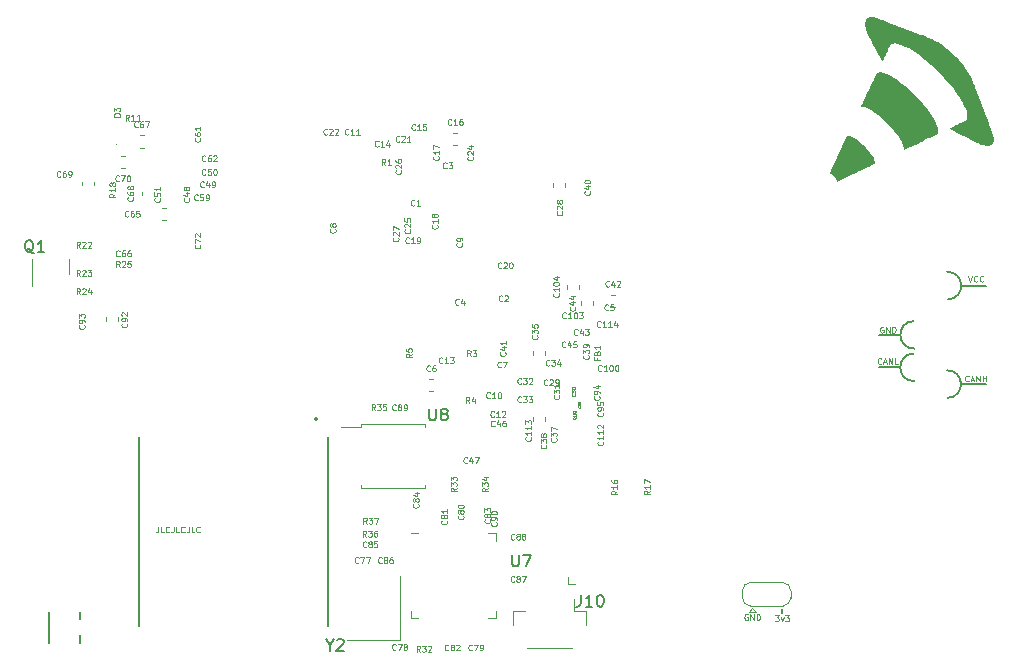
<source format=gto>
G04 #@! TF.GenerationSoftware,KiCad,Pcbnew,(6.0.2)*
G04 #@! TF.CreationDate,2022-04-20T12:25:18-06:00*
G04 #@! TF.ProjectId,nano,6e616e6f-2e6b-4696-9361-645f70636258,rev?*
G04 #@! TF.SameCoordinates,Original*
G04 #@! TF.FileFunction,Legend,Top*
G04 #@! TF.FilePolarity,Positive*
%FSLAX46Y46*%
G04 Gerber Fmt 4.6, Leading zero omitted, Abs format (unit mm)*
G04 Created by KiCad (PCBNEW (6.0.2)) date 2022-04-20 12:25:18*
%MOMM*%
%LPD*%
G01*
G04 APERTURE LIST*
%ADD10C,0.150000*%
%ADD11C,0.100000*%
%ADD12C,0.070000*%
%ADD13C,0.075000*%
%ADD14C,0.050000*%
%ADD15C,0.125000*%
%ADD16C,0.300000*%
%ADD17C,0.120000*%
%ADD18C,0.127000*%
%ADD19C,0.203200*%
%ADD20C,0.200000*%
G04 APERTURE END LIST*
D10*
X96168726Y-47680954D02*
G75*
G03*
X96240000Y-50019999I51274J-1169046D01*
G01*
X100260000Y-44680000D02*
X102340000Y-44680000D01*
X94990000Y-48850000D02*
X93210000Y-48840000D01*
X100240000Y-53020000D02*
X102320000Y-53020000D01*
X99081274Y-45849046D02*
G75*
G03*
X99010000Y-43510001I-51273J1169046D01*
G01*
X99061274Y-54189046D02*
G75*
G03*
X98990000Y-51850001I-51273J1169046D01*
G01*
X96158726Y-50430954D02*
G75*
G03*
X96230000Y-52769999I51274J-1169046D01*
G01*
X85040000Y-72380000D02*
X85040000Y-72050000D01*
X94980000Y-51600000D02*
X93200000Y-51590000D01*
D11*
X93609047Y-48190000D02*
X93561428Y-48166190D01*
X93490000Y-48166190D01*
X93418571Y-48190000D01*
X93370952Y-48237619D01*
X93347142Y-48285238D01*
X93323333Y-48380476D01*
X93323333Y-48451904D01*
X93347142Y-48547142D01*
X93370952Y-48594761D01*
X93418571Y-48642380D01*
X93490000Y-48666190D01*
X93537619Y-48666190D01*
X93609047Y-48642380D01*
X93632857Y-48618571D01*
X93632857Y-48451904D01*
X93537619Y-48451904D01*
X93847142Y-48666190D02*
X93847142Y-48166190D01*
X94132857Y-48666190D01*
X94132857Y-48166190D01*
X94370952Y-48666190D02*
X94370952Y-48166190D01*
X94490000Y-48166190D01*
X94561428Y-48190000D01*
X94609047Y-48237619D01*
X94632857Y-48285238D01*
X94656666Y-48380476D01*
X94656666Y-48451904D01*
X94632857Y-48547142D01*
X94609047Y-48594761D01*
X94561428Y-48642380D01*
X94490000Y-48666190D01*
X94370952Y-48666190D01*
X84444761Y-72586190D02*
X84754285Y-72586190D01*
X84587619Y-72776666D01*
X84659047Y-72776666D01*
X84706666Y-72800476D01*
X84730476Y-72824285D01*
X84754285Y-72871904D01*
X84754285Y-72990952D01*
X84730476Y-73038571D01*
X84706666Y-73062380D01*
X84659047Y-73086190D01*
X84516190Y-73086190D01*
X84468571Y-73062380D01*
X84444761Y-73038571D01*
X84920952Y-72752857D02*
X85040000Y-73086190D01*
X85159047Y-72752857D01*
X85301904Y-72586190D02*
X85611428Y-72586190D01*
X85444761Y-72776666D01*
X85516190Y-72776666D01*
X85563809Y-72800476D01*
X85587619Y-72824285D01*
X85611428Y-72871904D01*
X85611428Y-72990952D01*
X85587619Y-73038571D01*
X85563809Y-73062380D01*
X85516190Y-73086190D01*
X85373333Y-73086190D01*
X85325714Y-73062380D01*
X85301904Y-73038571D01*
X100846666Y-52748571D02*
X100822857Y-52772380D01*
X100751428Y-52796190D01*
X100703809Y-52796190D01*
X100632380Y-52772380D01*
X100584761Y-52724761D01*
X100560952Y-52677142D01*
X100537142Y-52581904D01*
X100537142Y-52510476D01*
X100560952Y-52415238D01*
X100584761Y-52367619D01*
X100632380Y-52320000D01*
X100703809Y-52296190D01*
X100751428Y-52296190D01*
X100822857Y-52320000D01*
X100846666Y-52343809D01*
X101037142Y-52653333D02*
X101275238Y-52653333D01*
X100989523Y-52796190D02*
X101156190Y-52296190D01*
X101322857Y-52796190D01*
X101489523Y-52796190D02*
X101489523Y-52296190D01*
X101775238Y-52796190D01*
X101775238Y-52296190D01*
X102013333Y-52796190D02*
X102013333Y-52296190D01*
X102013333Y-52534285D02*
X102299047Y-52534285D01*
X102299047Y-52796190D02*
X102299047Y-52296190D01*
X82119047Y-72520000D02*
X82071428Y-72496190D01*
X82000000Y-72496190D01*
X81928571Y-72520000D01*
X81880952Y-72567619D01*
X81857142Y-72615238D01*
X81833333Y-72710476D01*
X81833333Y-72781904D01*
X81857142Y-72877142D01*
X81880952Y-72924761D01*
X81928571Y-72972380D01*
X82000000Y-72996190D01*
X82047619Y-72996190D01*
X82119047Y-72972380D01*
X82142857Y-72948571D01*
X82142857Y-72781904D01*
X82047619Y-72781904D01*
X82357142Y-72996190D02*
X82357142Y-72496190D01*
X82642857Y-72996190D01*
X82642857Y-72496190D01*
X82880952Y-72996190D02*
X82880952Y-72496190D01*
X83000000Y-72496190D01*
X83071428Y-72520000D01*
X83119047Y-72567619D01*
X83142857Y-72615238D01*
X83166666Y-72710476D01*
X83166666Y-72781904D01*
X83142857Y-72877142D01*
X83119047Y-72924761D01*
X83071428Y-72972380D01*
X83000000Y-72996190D01*
X82880952Y-72996190D01*
X32233333Y-65086190D02*
X32233333Y-65443333D01*
X32209523Y-65514761D01*
X32161904Y-65562380D01*
X32090476Y-65586190D01*
X32042857Y-65586190D01*
X32709523Y-65586190D02*
X32471428Y-65586190D01*
X32471428Y-65086190D01*
X33161904Y-65538571D02*
X33138095Y-65562380D01*
X33066666Y-65586190D01*
X33019047Y-65586190D01*
X32947619Y-65562380D01*
X32900000Y-65514761D01*
X32876190Y-65467142D01*
X32852380Y-65371904D01*
X32852380Y-65300476D01*
X32876190Y-65205238D01*
X32900000Y-65157619D01*
X32947619Y-65110000D01*
X33019047Y-65086190D01*
X33066666Y-65086190D01*
X33138095Y-65110000D01*
X33161904Y-65133809D01*
X33519047Y-65086190D02*
X33519047Y-65443333D01*
X33495238Y-65514761D01*
X33447619Y-65562380D01*
X33376190Y-65586190D01*
X33328571Y-65586190D01*
X33995238Y-65586190D02*
X33757142Y-65586190D01*
X33757142Y-65086190D01*
X34447619Y-65538571D02*
X34423809Y-65562380D01*
X34352380Y-65586190D01*
X34304761Y-65586190D01*
X34233333Y-65562380D01*
X34185714Y-65514761D01*
X34161904Y-65467142D01*
X34138095Y-65371904D01*
X34138095Y-65300476D01*
X34161904Y-65205238D01*
X34185714Y-65157619D01*
X34233333Y-65110000D01*
X34304761Y-65086190D01*
X34352380Y-65086190D01*
X34423809Y-65110000D01*
X34447619Y-65133809D01*
X34804761Y-65086190D02*
X34804761Y-65443333D01*
X34780952Y-65514761D01*
X34733333Y-65562380D01*
X34661904Y-65586190D01*
X34614285Y-65586190D01*
X35280952Y-65586190D02*
X35042857Y-65586190D01*
X35042857Y-65086190D01*
X35733333Y-65538571D02*
X35709523Y-65562380D01*
X35638095Y-65586190D01*
X35590476Y-65586190D01*
X35519047Y-65562380D01*
X35471428Y-65514761D01*
X35447619Y-65467142D01*
X35423809Y-65371904D01*
X35423809Y-65300476D01*
X35447619Y-65205238D01*
X35471428Y-65157619D01*
X35519047Y-65110000D01*
X35590476Y-65086190D01*
X35638095Y-65086190D01*
X35709523Y-65110000D01*
X35733333Y-65133809D01*
X93426190Y-51278571D02*
X93402380Y-51302380D01*
X93330952Y-51326190D01*
X93283333Y-51326190D01*
X93211904Y-51302380D01*
X93164285Y-51254761D01*
X93140476Y-51207142D01*
X93116666Y-51111904D01*
X93116666Y-51040476D01*
X93140476Y-50945238D01*
X93164285Y-50897619D01*
X93211904Y-50850000D01*
X93283333Y-50826190D01*
X93330952Y-50826190D01*
X93402380Y-50850000D01*
X93426190Y-50873809D01*
X93616666Y-51183333D02*
X93854761Y-51183333D01*
X93569047Y-51326190D02*
X93735714Y-50826190D01*
X93902380Y-51326190D01*
X94069047Y-51326190D02*
X94069047Y-50826190D01*
X94354761Y-51326190D01*
X94354761Y-50826190D01*
X94830952Y-51326190D02*
X94592857Y-51326190D01*
X94592857Y-50826190D01*
X100783333Y-43846190D02*
X100950000Y-44346190D01*
X101116666Y-43846190D01*
X101569047Y-44298571D02*
X101545238Y-44322380D01*
X101473809Y-44346190D01*
X101426190Y-44346190D01*
X101354761Y-44322380D01*
X101307142Y-44274761D01*
X101283333Y-44227142D01*
X101259523Y-44131904D01*
X101259523Y-44060476D01*
X101283333Y-43965238D01*
X101307142Y-43917619D01*
X101354761Y-43870000D01*
X101426190Y-43846190D01*
X101473809Y-43846190D01*
X101545238Y-43870000D01*
X101569047Y-43893809D01*
X102069047Y-44298571D02*
X102045238Y-44322380D01*
X101973809Y-44346190D01*
X101926190Y-44346190D01*
X101854761Y-44322380D01*
X101807142Y-44274761D01*
X101783333Y-44227142D01*
X101759523Y-44131904D01*
X101759523Y-44060476D01*
X101783333Y-43965238D01*
X101807142Y-43917619D01*
X101854761Y-43870000D01*
X101926190Y-43846190D01*
X101973809Y-43846190D01*
X102045238Y-43870000D01*
X102069047Y-43893809D01*
D12*
G04 #@! TO.C,C29*
X65166571Y-53061071D02*
X65142761Y-53084880D01*
X65071333Y-53108690D01*
X65023714Y-53108690D01*
X64952285Y-53084880D01*
X64904666Y-53037261D01*
X64880857Y-52989642D01*
X64857047Y-52894404D01*
X64857047Y-52822976D01*
X64880857Y-52727738D01*
X64904666Y-52680119D01*
X64952285Y-52632500D01*
X65023714Y-52608690D01*
X65071333Y-52608690D01*
X65142761Y-52632500D01*
X65166571Y-52656309D01*
X65357047Y-52656309D02*
X65380857Y-52632500D01*
X65428476Y-52608690D01*
X65547523Y-52608690D01*
X65595142Y-52632500D01*
X65618952Y-52656309D01*
X65642761Y-52703928D01*
X65642761Y-52751547D01*
X65618952Y-52822976D01*
X65333238Y-53108690D01*
X65642761Y-53108690D01*
X65880857Y-53108690D02*
X65976095Y-53108690D01*
X66023714Y-53084880D01*
X66047523Y-53061071D01*
X66095142Y-52989642D01*
X66118952Y-52894404D01*
X66118952Y-52703928D01*
X66095142Y-52656309D01*
X66071333Y-52632500D01*
X66023714Y-52608690D01*
X65928476Y-52608690D01*
X65880857Y-52632500D01*
X65857047Y-52656309D01*
X65833238Y-52703928D01*
X65833238Y-52822976D01*
X65857047Y-52870595D01*
X65880857Y-52894404D01*
X65928476Y-52918214D01*
X66023714Y-52918214D01*
X66071333Y-52894404D01*
X66095142Y-52870595D01*
X66118952Y-52822976D01*
G04 #@! TO.C,C39*
X68641571Y-50578928D02*
X68665380Y-50602738D01*
X68689190Y-50674166D01*
X68689190Y-50721785D01*
X68665380Y-50793214D01*
X68617761Y-50840833D01*
X68570142Y-50864642D01*
X68474904Y-50888452D01*
X68403476Y-50888452D01*
X68308238Y-50864642D01*
X68260619Y-50840833D01*
X68213000Y-50793214D01*
X68189190Y-50721785D01*
X68189190Y-50674166D01*
X68213000Y-50602738D01*
X68236809Y-50578928D01*
X68189190Y-50412261D02*
X68189190Y-50102738D01*
X68379666Y-50269404D01*
X68379666Y-50197976D01*
X68403476Y-50150357D01*
X68427285Y-50126547D01*
X68474904Y-50102738D01*
X68593952Y-50102738D01*
X68641571Y-50126547D01*
X68665380Y-50150357D01*
X68689190Y-50197976D01*
X68689190Y-50340833D01*
X68665380Y-50388452D01*
X68641571Y-50412261D01*
X68689190Y-49864642D02*
X68689190Y-49769404D01*
X68665380Y-49721785D01*
X68641571Y-49697976D01*
X68570142Y-49650357D01*
X68474904Y-49626547D01*
X68284428Y-49626547D01*
X68236809Y-49650357D01*
X68213000Y-49674166D01*
X68189190Y-49721785D01*
X68189190Y-49817023D01*
X68213000Y-49864642D01*
X68236809Y-49888452D01*
X68284428Y-49912261D01*
X68403476Y-49912261D01*
X68451095Y-49888452D01*
X68474904Y-49864642D01*
X68498714Y-49817023D01*
X68498714Y-49721785D01*
X68474904Y-49674166D01*
X68451095Y-49650357D01*
X68403476Y-49626547D01*
G04 #@! TO.C,C7*
X61229666Y-51561071D02*
X61205857Y-51584880D01*
X61134428Y-51608690D01*
X61086809Y-51608690D01*
X61015380Y-51584880D01*
X60967761Y-51537261D01*
X60943952Y-51489642D01*
X60920142Y-51394404D01*
X60920142Y-51322976D01*
X60943952Y-51227738D01*
X60967761Y-51180119D01*
X61015380Y-51132500D01*
X61086809Y-51108690D01*
X61134428Y-51108690D01*
X61205857Y-51132500D01*
X61229666Y-51156309D01*
X61396333Y-51108690D02*
X61729666Y-51108690D01*
X61515380Y-51608690D01*
G04 #@! TO.C,C17*
X55941571Y-33728928D02*
X55965380Y-33752738D01*
X55989190Y-33824166D01*
X55989190Y-33871785D01*
X55965380Y-33943214D01*
X55917761Y-33990833D01*
X55870142Y-34014642D01*
X55774904Y-34038452D01*
X55703476Y-34038452D01*
X55608238Y-34014642D01*
X55560619Y-33990833D01*
X55513000Y-33943214D01*
X55489190Y-33871785D01*
X55489190Y-33824166D01*
X55513000Y-33752738D01*
X55536809Y-33728928D01*
X55989190Y-33252738D02*
X55989190Y-33538452D01*
X55989190Y-33395595D02*
X55489190Y-33395595D01*
X55560619Y-33443214D01*
X55608238Y-33490833D01*
X55632047Y-33538452D01*
X55489190Y-33086071D02*
X55489190Y-32752738D01*
X55989190Y-32967023D01*
G04 #@! TO.C,C8*
X47191571Y-39890833D02*
X47215380Y-39914642D01*
X47239190Y-39986071D01*
X47239190Y-40033690D01*
X47215380Y-40105119D01*
X47167761Y-40152738D01*
X47120142Y-40176547D01*
X47024904Y-40200357D01*
X46953476Y-40200357D01*
X46858238Y-40176547D01*
X46810619Y-40152738D01*
X46763000Y-40105119D01*
X46739190Y-40033690D01*
X46739190Y-39986071D01*
X46763000Y-39914642D01*
X46786809Y-39890833D01*
X46953476Y-39605119D02*
X46929666Y-39652738D01*
X46905857Y-39676547D01*
X46858238Y-39700357D01*
X46834428Y-39700357D01*
X46786809Y-39676547D01*
X46763000Y-39652738D01*
X46739190Y-39605119D01*
X46739190Y-39509880D01*
X46763000Y-39462261D01*
X46786809Y-39438452D01*
X46834428Y-39414642D01*
X46858238Y-39414642D01*
X46905857Y-39438452D01*
X46929666Y-39462261D01*
X46953476Y-39509880D01*
X46953476Y-39605119D01*
X46977285Y-39652738D01*
X47001095Y-39676547D01*
X47048714Y-39700357D01*
X47143952Y-39700357D01*
X47191571Y-39676547D01*
X47215380Y-39652738D01*
X47239190Y-39605119D01*
X47239190Y-39509880D01*
X47215380Y-39462261D01*
X47191571Y-39438452D01*
X47143952Y-39414642D01*
X47048714Y-39414642D01*
X47001095Y-39438452D01*
X46977285Y-39462261D01*
X46953476Y-39509880D01*
G04 #@! TO.C,C9*
X57916571Y-41090833D02*
X57940380Y-41114642D01*
X57964190Y-41186071D01*
X57964190Y-41233690D01*
X57940380Y-41305119D01*
X57892761Y-41352738D01*
X57845142Y-41376547D01*
X57749904Y-41400357D01*
X57678476Y-41400357D01*
X57583238Y-41376547D01*
X57535619Y-41352738D01*
X57488000Y-41305119D01*
X57464190Y-41233690D01*
X57464190Y-41186071D01*
X57488000Y-41114642D01*
X57511809Y-41090833D01*
X57964190Y-40852738D02*
X57964190Y-40757500D01*
X57940380Y-40709880D01*
X57916571Y-40686071D01*
X57845142Y-40638452D01*
X57749904Y-40614642D01*
X57559428Y-40614642D01*
X57511809Y-40638452D01*
X57488000Y-40662261D01*
X57464190Y-40709880D01*
X57464190Y-40805119D01*
X57488000Y-40852738D01*
X57511809Y-40876547D01*
X57559428Y-40900357D01*
X57678476Y-40900357D01*
X57726095Y-40876547D01*
X57749904Y-40852738D01*
X57773714Y-40805119D01*
X57773714Y-40709880D01*
X57749904Y-40662261D01*
X57726095Y-40638452D01*
X57678476Y-40614642D01*
G04 #@! TO.C,C19*
X53441571Y-41061071D02*
X53417761Y-41084880D01*
X53346333Y-41108690D01*
X53298714Y-41108690D01*
X53227285Y-41084880D01*
X53179666Y-41037261D01*
X53155857Y-40989642D01*
X53132047Y-40894404D01*
X53132047Y-40822976D01*
X53155857Y-40727738D01*
X53179666Y-40680119D01*
X53227285Y-40632500D01*
X53298714Y-40608690D01*
X53346333Y-40608690D01*
X53417761Y-40632500D01*
X53441571Y-40656309D01*
X53917761Y-41108690D02*
X53632047Y-41108690D01*
X53774904Y-41108690D02*
X53774904Y-40608690D01*
X53727285Y-40680119D01*
X53679666Y-40727738D01*
X53632047Y-40751547D01*
X54155857Y-41108690D02*
X54251095Y-41108690D01*
X54298714Y-41084880D01*
X54322523Y-41061071D01*
X54370142Y-40989642D01*
X54393952Y-40894404D01*
X54393952Y-40703928D01*
X54370142Y-40656309D01*
X54346333Y-40632500D01*
X54298714Y-40608690D01*
X54203476Y-40608690D01*
X54155857Y-40632500D01*
X54132047Y-40656309D01*
X54108238Y-40703928D01*
X54108238Y-40822976D01*
X54132047Y-40870595D01*
X54155857Y-40894404D01*
X54203476Y-40918214D01*
X54298714Y-40918214D01*
X54346333Y-40894404D01*
X54370142Y-40870595D01*
X54393952Y-40822976D01*
G04 #@! TO.C,C10*
X60291571Y-54161071D02*
X60267761Y-54184880D01*
X60196333Y-54208690D01*
X60148714Y-54208690D01*
X60077285Y-54184880D01*
X60029666Y-54137261D01*
X60005857Y-54089642D01*
X59982047Y-53994404D01*
X59982047Y-53922976D01*
X60005857Y-53827738D01*
X60029666Y-53780119D01*
X60077285Y-53732500D01*
X60148714Y-53708690D01*
X60196333Y-53708690D01*
X60267761Y-53732500D01*
X60291571Y-53756309D01*
X60767761Y-54208690D02*
X60482047Y-54208690D01*
X60624904Y-54208690D02*
X60624904Y-53708690D01*
X60577285Y-53780119D01*
X60529666Y-53827738D01*
X60482047Y-53851547D01*
X61077285Y-53708690D02*
X61124904Y-53708690D01*
X61172523Y-53732500D01*
X61196333Y-53756309D01*
X61220142Y-53803928D01*
X61243952Y-53899166D01*
X61243952Y-54018214D01*
X61220142Y-54113452D01*
X61196333Y-54161071D01*
X61172523Y-54184880D01*
X61124904Y-54208690D01*
X61077285Y-54208690D01*
X61029666Y-54184880D01*
X61005857Y-54161071D01*
X60982047Y-54113452D01*
X60958238Y-54018214D01*
X60958238Y-53899166D01*
X60982047Y-53803928D01*
X61005857Y-53756309D01*
X61029666Y-53732500D01*
X61077285Y-53708690D01*
G04 #@! TO.C,C20*
X61266571Y-43161071D02*
X61242761Y-43184880D01*
X61171333Y-43208690D01*
X61123714Y-43208690D01*
X61052285Y-43184880D01*
X61004666Y-43137261D01*
X60980857Y-43089642D01*
X60957047Y-42994404D01*
X60957047Y-42922976D01*
X60980857Y-42827738D01*
X61004666Y-42780119D01*
X61052285Y-42732500D01*
X61123714Y-42708690D01*
X61171333Y-42708690D01*
X61242761Y-42732500D01*
X61266571Y-42756309D01*
X61457047Y-42756309D02*
X61480857Y-42732500D01*
X61528476Y-42708690D01*
X61647523Y-42708690D01*
X61695142Y-42732500D01*
X61718952Y-42756309D01*
X61742761Y-42803928D01*
X61742761Y-42851547D01*
X61718952Y-42922976D01*
X61433238Y-43208690D01*
X61742761Y-43208690D01*
X62052285Y-42708690D02*
X62099904Y-42708690D01*
X62147523Y-42732500D01*
X62171333Y-42756309D01*
X62195142Y-42803928D01*
X62218952Y-42899166D01*
X62218952Y-43018214D01*
X62195142Y-43113452D01*
X62171333Y-43161071D01*
X62147523Y-43184880D01*
X62099904Y-43208690D01*
X62052285Y-43208690D01*
X62004666Y-43184880D01*
X61980857Y-43161071D01*
X61957047Y-43113452D01*
X61933238Y-43018214D01*
X61933238Y-42899166D01*
X61957047Y-42803928D01*
X61980857Y-42756309D01*
X62004666Y-42732500D01*
X62052285Y-42708690D01*
G04 #@! TO.C,C11*
X48316571Y-31861071D02*
X48292761Y-31884880D01*
X48221333Y-31908690D01*
X48173714Y-31908690D01*
X48102285Y-31884880D01*
X48054666Y-31837261D01*
X48030857Y-31789642D01*
X48007047Y-31694404D01*
X48007047Y-31622976D01*
X48030857Y-31527738D01*
X48054666Y-31480119D01*
X48102285Y-31432500D01*
X48173714Y-31408690D01*
X48221333Y-31408690D01*
X48292761Y-31432500D01*
X48316571Y-31456309D01*
X48792761Y-31908690D02*
X48507047Y-31908690D01*
X48649904Y-31908690D02*
X48649904Y-31408690D01*
X48602285Y-31480119D01*
X48554666Y-31527738D01*
X48507047Y-31551547D01*
X49268952Y-31908690D02*
X48983238Y-31908690D01*
X49126095Y-31908690D02*
X49126095Y-31408690D01*
X49078476Y-31480119D01*
X49030857Y-31527738D01*
X48983238Y-31551547D01*
G04 #@! TO.C,C21*
X52616571Y-32461071D02*
X52592761Y-32484880D01*
X52521333Y-32508690D01*
X52473714Y-32508690D01*
X52402285Y-32484880D01*
X52354666Y-32437261D01*
X52330857Y-32389642D01*
X52307047Y-32294404D01*
X52307047Y-32222976D01*
X52330857Y-32127738D01*
X52354666Y-32080119D01*
X52402285Y-32032500D01*
X52473714Y-32008690D01*
X52521333Y-32008690D01*
X52592761Y-32032500D01*
X52616571Y-32056309D01*
X52807047Y-32056309D02*
X52830857Y-32032500D01*
X52878476Y-32008690D01*
X52997523Y-32008690D01*
X53045142Y-32032500D01*
X53068952Y-32056309D01*
X53092761Y-32103928D01*
X53092761Y-32151547D01*
X53068952Y-32222976D01*
X52783238Y-32508690D01*
X53092761Y-32508690D01*
X53568952Y-32508690D02*
X53283238Y-32508690D01*
X53426095Y-32508690D02*
X53426095Y-32008690D01*
X53378476Y-32080119D01*
X53330857Y-32127738D01*
X53283238Y-32151547D01*
G04 #@! TO.C,C12*
X60641571Y-55761071D02*
X60617761Y-55784880D01*
X60546333Y-55808690D01*
X60498714Y-55808690D01*
X60427285Y-55784880D01*
X60379666Y-55737261D01*
X60355857Y-55689642D01*
X60332047Y-55594404D01*
X60332047Y-55522976D01*
X60355857Y-55427738D01*
X60379666Y-55380119D01*
X60427285Y-55332500D01*
X60498714Y-55308690D01*
X60546333Y-55308690D01*
X60617761Y-55332500D01*
X60641571Y-55356309D01*
X61117761Y-55808690D02*
X60832047Y-55808690D01*
X60974904Y-55808690D02*
X60974904Y-55308690D01*
X60927285Y-55380119D01*
X60879666Y-55427738D01*
X60832047Y-55451547D01*
X61308238Y-55356309D02*
X61332047Y-55332500D01*
X61379666Y-55308690D01*
X61498714Y-55308690D01*
X61546333Y-55332500D01*
X61570142Y-55356309D01*
X61593952Y-55403928D01*
X61593952Y-55451547D01*
X61570142Y-55522976D01*
X61284428Y-55808690D01*
X61593952Y-55808690D01*
G04 #@! TO.C,C22*
X46516571Y-31861071D02*
X46492761Y-31884880D01*
X46421333Y-31908690D01*
X46373714Y-31908690D01*
X46302285Y-31884880D01*
X46254666Y-31837261D01*
X46230857Y-31789642D01*
X46207047Y-31694404D01*
X46207047Y-31622976D01*
X46230857Y-31527738D01*
X46254666Y-31480119D01*
X46302285Y-31432500D01*
X46373714Y-31408690D01*
X46421333Y-31408690D01*
X46492761Y-31432500D01*
X46516571Y-31456309D01*
X46707047Y-31456309D02*
X46730857Y-31432500D01*
X46778476Y-31408690D01*
X46897523Y-31408690D01*
X46945142Y-31432500D01*
X46968952Y-31456309D01*
X46992761Y-31503928D01*
X46992761Y-31551547D01*
X46968952Y-31622976D01*
X46683238Y-31908690D01*
X46992761Y-31908690D01*
X47183238Y-31456309D02*
X47207047Y-31432500D01*
X47254666Y-31408690D01*
X47373714Y-31408690D01*
X47421333Y-31432500D01*
X47445142Y-31456309D01*
X47468952Y-31503928D01*
X47468952Y-31551547D01*
X47445142Y-31622976D01*
X47159428Y-31908690D01*
X47468952Y-31908690D01*
G04 #@! TO.C,C24*
X58841571Y-33778928D02*
X58865380Y-33802738D01*
X58889190Y-33874166D01*
X58889190Y-33921785D01*
X58865380Y-33993214D01*
X58817761Y-34040833D01*
X58770142Y-34064642D01*
X58674904Y-34088452D01*
X58603476Y-34088452D01*
X58508238Y-34064642D01*
X58460619Y-34040833D01*
X58413000Y-33993214D01*
X58389190Y-33921785D01*
X58389190Y-33874166D01*
X58413000Y-33802738D01*
X58436809Y-33778928D01*
X58436809Y-33588452D02*
X58413000Y-33564642D01*
X58389190Y-33517023D01*
X58389190Y-33397976D01*
X58413000Y-33350357D01*
X58436809Y-33326547D01*
X58484428Y-33302738D01*
X58532047Y-33302738D01*
X58603476Y-33326547D01*
X58889190Y-33612261D01*
X58889190Y-33302738D01*
X58555857Y-32874166D02*
X58889190Y-32874166D01*
X58365380Y-32993214D02*
X58722523Y-33112261D01*
X58722523Y-32802738D01*
G04 #@! TO.C,C25*
X53516571Y-39928928D02*
X53540380Y-39952738D01*
X53564190Y-40024166D01*
X53564190Y-40071785D01*
X53540380Y-40143214D01*
X53492761Y-40190833D01*
X53445142Y-40214642D01*
X53349904Y-40238452D01*
X53278476Y-40238452D01*
X53183238Y-40214642D01*
X53135619Y-40190833D01*
X53088000Y-40143214D01*
X53064190Y-40071785D01*
X53064190Y-40024166D01*
X53088000Y-39952738D01*
X53111809Y-39928928D01*
X53111809Y-39738452D02*
X53088000Y-39714642D01*
X53064190Y-39667023D01*
X53064190Y-39547976D01*
X53088000Y-39500357D01*
X53111809Y-39476547D01*
X53159428Y-39452738D01*
X53207047Y-39452738D01*
X53278476Y-39476547D01*
X53564190Y-39762261D01*
X53564190Y-39452738D01*
X53064190Y-39000357D02*
X53064190Y-39238452D01*
X53302285Y-39262261D01*
X53278476Y-39238452D01*
X53254666Y-39190833D01*
X53254666Y-39071785D01*
X53278476Y-39024166D01*
X53302285Y-39000357D01*
X53349904Y-38976547D01*
X53468952Y-38976547D01*
X53516571Y-39000357D01*
X53540380Y-39024166D01*
X53564190Y-39071785D01*
X53564190Y-39190833D01*
X53540380Y-39238452D01*
X53516571Y-39262261D01*
G04 #@! TO.C,C26*
X52741571Y-34928928D02*
X52765380Y-34952738D01*
X52789190Y-35024166D01*
X52789190Y-35071785D01*
X52765380Y-35143214D01*
X52717761Y-35190833D01*
X52670142Y-35214642D01*
X52574904Y-35238452D01*
X52503476Y-35238452D01*
X52408238Y-35214642D01*
X52360619Y-35190833D01*
X52313000Y-35143214D01*
X52289190Y-35071785D01*
X52289190Y-35024166D01*
X52313000Y-34952738D01*
X52336809Y-34928928D01*
X52336809Y-34738452D02*
X52313000Y-34714642D01*
X52289190Y-34667023D01*
X52289190Y-34547976D01*
X52313000Y-34500357D01*
X52336809Y-34476547D01*
X52384428Y-34452738D01*
X52432047Y-34452738D01*
X52503476Y-34476547D01*
X52789190Y-34762261D01*
X52789190Y-34452738D01*
X52289190Y-34024166D02*
X52289190Y-34119404D01*
X52313000Y-34167023D01*
X52336809Y-34190833D01*
X52408238Y-34238452D01*
X52503476Y-34262261D01*
X52693952Y-34262261D01*
X52741571Y-34238452D01*
X52765380Y-34214642D01*
X52789190Y-34167023D01*
X52789190Y-34071785D01*
X52765380Y-34024166D01*
X52741571Y-34000357D01*
X52693952Y-33976547D01*
X52574904Y-33976547D01*
X52527285Y-34000357D01*
X52503476Y-34024166D01*
X52479666Y-34071785D01*
X52479666Y-34167023D01*
X52503476Y-34214642D01*
X52527285Y-34238452D01*
X52574904Y-34262261D01*
G04 #@! TO.C,C27*
X52516571Y-40628928D02*
X52540380Y-40652738D01*
X52564190Y-40724166D01*
X52564190Y-40771785D01*
X52540380Y-40843214D01*
X52492761Y-40890833D01*
X52445142Y-40914642D01*
X52349904Y-40938452D01*
X52278476Y-40938452D01*
X52183238Y-40914642D01*
X52135619Y-40890833D01*
X52088000Y-40843214D01*
X52064190Y-40771785D01*
X52064190Y-40724166D01*
X52088000Y-40652738D01*
X52111809Y-40628928D01*
X52111809Y-40438452D02*
X52088000Y-40414642D01*
X52064190Y-40367023D01*
X52064190Y-40247976D01*
X52088000Y-40200357D01*
X52111809Y-40176547D01*
X52159428Y-40152738D01*
X52207047Y-40152738D01*
X52278476Y-40176547D01*
X52564190Y-40462261D01*
X52564190Y-40152738D01*
X52064190Y-39986071D02*
X52064190Y-39652738D01*
X52564190Y-39867023D01*
G04 #@! TO.C,C1*
X53904666Y-37861071D02*
X53880857Y-37884880D01*
X53809428Y-37908690D01*
X53761809Y-37908690D01*
X53690380Y-37884880D01*
X53642761Y-37837261D01*
X53618952Y-37789642D01*
X53595142Y-37694404D01*
X53595142Y-37622976D01*
X53618952Y-37527738D01*
X53642761Y-37480119D01*
X53690380Y-37432500D01*
X53761809Y-37408690D01*
X53809428Y-37408690D01*
X53880857Y-37432500D01*
X53904666Y-37456309D01*
X54380857Y-37908690D02*
X54095142Y-37908690D01*
X54238000Y-37908690D02*
X54238000Y-37408690D01*
X54190380Y-37480119D01*
X54142761Y-37527738D01*
X54095142Y-37551547D01*
G04 #@! TO.C,C3*
X56629666Y-34711071D02*
X56605857Y-34734880D01*
X56534428Y-34758690D01*
X56486809Y-34758690D01*
X56415380Y-34734880D01*
X56367761Y-34687261D01*
X56343952Y-34639642D01*
X56320142Y-34544404D01*
X56320142Y-34472976D01*
X56343952Y-34377738D01*
X56367761Y-34330119D01*
X56415380Y-34282500D01*
X56486809Y-34258690D01*
X56534428Y-34258690D01*
X56605857Y-34282500D01*
X56629666Y-34306309D01*
X56796333Y-34258690D02*
X57105857Y-34258690D01*
X56939190Y-34449166D01*
X57010619Y-34449166D01*
X57058238Y-34472976D01*
X57082047Y-34496785D01*
X57105857Y-34544404D01*
X57105857Y-34663452D01*
X57082047Y-34711071D01*
X57058238Y-34734880D01*
X57010619Y-34758690D01*
X56867761Y-34758690D01*
X56820142Y-34734880D01*
X56796333Y-34711071D01*
G04 #@! TO.C,C4*
X57654666Y-46261071D02*
X57630857Y-46284880D01*
X57559428Y-46308690D01*
X57511809Y-46308690D01*
X57440380Y-46284880D01*
X57392761Y-46237261D01*
X57368952Y-46189642D01*
X57345142Y-46094404D01*
X57345142Y-46022976D01*
X57368952Y-45927738D01*
X57392761Y-45880119D01*
X57440380Y-45832500D01*
X57511809Y-45808690D01*
X57559428Y-45808690D01*
X57630857Y-45832500D01*
X57654666Y-45856309D01*
X58083238Y-45975357D02*
X58083238Y-46308690D01*
X57964190Y-45784880D02*
X57845142Y-46142023D01*
X58154666Y-46142023D01*
G04 #@! TO.C,C13*
X56266571Y-51211071D02*
X56242761Y-51234880D01*
X56171333Y-51258690D01*
X56123714Y-51258690D01*
X56052285Y-51234880D01*
X56004666Y-51187261D01*
X55980857Y-51139642D01*
X55957047Y-51044404D01*
X55957047Y-50972976D01*
X55980857Y-50877738D01*
X56004666Y-50830119D01*
X56052285Y-50782500D01*
X56123714Y-50758690D01*
X56171333Y-50758690D01*
X56242761Y-50782500D01*
X56266571Y-50806309D01*
X56742761Y-51258690D02*
X56457047Y-51258690D01*
X56599904Y-51258690D02*
X56599904Y-50758690D01*
X56552285Y-50830119D01*
X56504666Y-50877738D01*
X56457047Y-50901547D01*
X56909428Y-50758690D02*
X57218952Y-50758690D01*
X57052285Y-50949166D01*
X57123714Y-50949166D01*
X57171333Y-50972976D01*
X57195142Y-50996785D01*
X57218952Y-51044404D01*
X57218952Y-51163452D01*
X57195142Y-51211071D01*
X57171333Y-51234880D01*
X57123714Y-51258690D01*
X56980857Y-51258690D01*
X56933238Y-51234880D01*
X56909428Y-51211071D01*
G04 #@! TO.C,C5*
X70304666Y-46711071D02*
X70280857Y-46734880D01*
X70209428Y-46758690D01*
X70161809Y-46758690D01*
X70090380Y-46734880D01*
X70042761Y-46687261D01*
X70018952Y-46639642D01*
X69995142Y-46544404D01*
X69995142Y-46472976D01*
X70018952Y-46377738D01*
X70042761Y-46330119D01*
X70090380Y-46282500D01*
X70161809Y-46258690D01*
X70209428Y-46258690D01*
X70280857Y-46282500D01*
X70304666Y-46306309D01*
X70757047Y-46258690D02*
X70518952Y-46258690D01*
X70495142Y-46496785D01*
X70518952Y-46472976D01*
X70566571Y-46449166D01*
X70685619Y-46449166D01*
X70733238Y-46472976D01*
X70757047Y-46496785D01*
X70780857Y-46544404D01*
X70780857Y-46663452D01*
X70757047Y-46711071D01*
X70733238Y-46734880D01*
X70685619Y-46758690D01*
X70566571Y-46758690D01*
X70518952Y-46734880D01*
X70495142Y-46711071D01*
D13*
G04 #@! TO.C,C30*
X67480142Y-53840357D02*
X67494428Y-53854642D01*
X67508714Y-53897500D01*
X67508714Y-53926071D01*
X67494428Y-53968928D01*
X67465857Y-53997500D01*
X67437285Y-54011785D01*
X67380142Y-54026071D01*
X67337285Y-54026071D01*
X67280142Y-54011785D01*
X67251571Y-53997500D01*
X67223000Y-53968928D01*
X67208714Y-53926071D01*
X67208714Y-53897500D01*
X67223000Y-53854642D01*
X67237285Y-53840357D01*
X67208714Y-53740357D02*
X67208714Y-53554642D01*
X67323000Y-53654642D01*
X67323000Y-53611785D01*
X67337285Y-53583214D01*
X67351571Y-53568928D01*
X67380142Y-53554642D01*
X67451571Y-53554642D01*
X67480142Y-53568928D01*
X67494428Y-53583214D01*
X67508714Y-53611785D01*
X67508714Y-53697500D01*
X67494428Y-53726071D01*
X67480142Y-53740357D01*
X67208714Y-53368928D02*
X67208714Y-53340357D01*
X67223000Y-53311785D01*
X67237285Y-53297500D01*
X67265857Y-53283214D01*
X67323000Y-53268928D01*
X67394428Y-53268928D01*
X67451571Y-53283214D01*
X67480142Y-53297500D01*
X67494428Y-53311785D01*
X67508714Y-53340357D01*
X67508714Y-53368928D01*
X67494428Y-53397500D01*
X67480142Y-53411785D01*
X67451571Y-53426071D01*
X67394428Y-53440357D01*
X67323000Y-53440357D01*
X67265857Y-53426071D01*
X67237285Y-53411785D01*
X67223000Y-53397500D01*
X67208714Y-53368928D01*
D12*
G04 #@! TO.C,C40*
X68741571Y-36703928D02*
X68765380Y-36727738D01*
X68789190Y-36799166D01*
X68789190Y-36846785D01*
X68765380Y-36918214D01*
X68717761Y-36965833D01*
X68670142Y-36989642D01*
X68574904Y-37013452D01*
X68503476Y-37013452D01*
X68408238Y-36989642D01*
X68360619Y-36965833D01*
X68313000Y-36918214D01*
X68289190Y-36846785D01*
X68289190Y-36799166D01*
X68313000Y-36727738D01*
X68336809Y-36703928D01*
X68455857Y-36275357D02*
X68789190Y-36275357D01*
X68265380Y-36394404D02*
X68622523Y-36513452D01*
X68622523Y-36203928D01*
X68289190Y-35918214D02*
X68289190Y-35870595D01*
X68313000Y-35822976D01*
X68336809Y-35799166D01*
X68384428Y-35775357D01*
X68479666Y-35751547D01*
X68598714Y-35751547D01*
X68693952Y-35775357D01*
X68741571Y-35799166D01*
X68765380Y-35822976D01*
X68789190Y-35870595D01*
X68789190Y-35918214D01*
X68765380Y-35965833D01*
X68741571Y-35989642D01*
X68693952Y-36013452D01*
X68598714Y-36037261D01*
X68479666Y-36037261D01*
X68384428Y-36013452D01*
X68336809Y-35989642D01*
X68313000Y-35965833D01*
X68289190Y-35918214D01*
G04 #@! TO.C,C45*
X66691571Y-49861071D02*
X66667761Y-49884880D01*
X66596333Y-49908690D01*
X66548714Y-49908690D01*
X66477285Y-49884880D01*
X66429666Y-49837261D01*
X66405857Y-49789642D01*
X66382047Y-49694404D01*
X66382047Y-49622976D01*
X66405857Y-49527738D01*
X66429666Y-49480119D01*
X66477285Y-49432500D01*
X66548714Y-49408690D01*
X66596333Y-49408690D01*
X66667761Y-49432500D01*
X66691571Y-49456309D01*
X67120142Y-49575357D02*
X67120142Y-49908690D01*
X67001095Y-49384880D02*
X66882047Y-49742023D01*
X67191571Y-49742023D01*
X67620142Y-49408690D02*
X67382047Y-49408690D01*
X67358238Y-49646785D01*
X67382047Y-49622976D01*
X67429666Y-49599166D01*
X67548714Y-49599166D01*
X67596333Y-49622976D01*
X67620142Y-49646785D01*
X67643952Y-49694404D01*
X67643952Y-49813452D01*
X67620142Y-49861071D01*
X67596333Y-49884880D01*
X67548714Y-49908690D01*
X67429666Y-49908690D01*
X67382047Y-49884880D01*
X67358238Y-49861071D01*
G04 #@! TO.C,C32*
X62941571Y-52961071D02*
X62917761Y-52984880D01*
X62846333Y-53008690D01*
X62798714Y-53008690D01*
X62727285Y-52984880D01*
X62679666Y-52937261D01*
X62655857Y-52889642D01*
X62632047Y-52794404D01*
X62632047Y-52722976D01*
X62655857Y-52627738D01*
X62679666Y-52580119D01*
X62727285Y-52532500D01*
X62798714Y-52508690D01*
X62846333Y-52508690D01*
X62917761Y-52532500D01*
X62941571Y-52556309D01*
X63108238Y-52508690D02*
X63417761Y-52508690D01*
X63251095Y-52699166D01*
X63322523Y-52699166D01*
X63370142Y-52722976D01*
X63393952Y-52746785D01*
X63417761Y-52794404D01*
X63417761Y-52913452D01*
X63393952Y-52961071D01*
X63370142Y-52984880D01*
X63322523Y-53008690D01*
X63179666Y-53008690D01*
X63132047Y-52984880D01*
X63108238Y-52961071D01*
X63608238Y-52556309D02*
X63632047Y-52532500D01*
X63679666Y-52508690D01*
X63798714Y-52508690D01*
X63846333Y-52532500D01*
X63870142Y-52556309D01*
X63893952Y-52603928D01*
X63893952Y-52651547D01*
X63870142Y-52722976D01*
X63584428Y-53008690D01*
X63893952Y-53008690D01*
D14*
G04 #@! TO.C,C36*
X67943928Y-54890571D02*
X67953452Y-54900095D01*
X67962976Y-54928666D01*
X67962976Y-54947714D01*
X67953452Y-54976285D01*
X67934404Y-54995333D01*
X67915357Y-55004857D01*
X67877261Y-55014380D01*
X67848690Y-55014380D01*
X67810595Y-55004857D01*
X67791547Y-54995333D01*
X67772500Y-54976285D01*
X67762976Y-54947714D01*
X67762976Y-54928666D01*
X67772500Y-54900095D01*
X67782023Y-54890571D01*
X67762976Y-54823904D02*
X67762976Y-54700095D01*
X67839166Y-54766761D01*
X67839166Y-54738190D01*
X67848690Y-54719142D01*
X67858214Y-54709619D01*
X67877261Y-54700095D01*
X67924880Y-54700095D01*
X67943928Y-54709619D01*
X67953452Y-54719142D01*
X67962976Y-54738190D01*
X67962976Y-54795333D01*
X67953452Y-54814380D01*
X67943928Y-54823904D01*
X67762976Y-54528666D02*
X67762976Y-54566761D01*
X67772500Y-54585809D01*
X67782023Y-54595333D01*
X67810595Y-54614380D01*
X67848690Y-54623904D01*
X67924880Y-54623904D01*
X67943928Y-54614380D01*
X67953452Y-54604857D01*
X67962976Y-54585809D01*
X67962976Y-54547714D01*
X67953452Y-54528666D01*
X67943928Y-54519142D01*
X67924880Y-54509619D01*
X67877261Y-54509619D01*
X67858214Y-54519142D01*
X67848690Y-54528666D01*
X67839166Y-54547714D01*
X67839166Y-54585809D01*
X67848690Y-54604857D01*
X67858214Y-54614380D01*
X67877261Y-54623904D01*
D12*
G04 #@! TO.C,C33*
X62941571Y-54511071D02*
X62917761Y-54534880D01*
X62846333Y-54558690D01*
X62798714Y-54558690D01*
X62727285Y-54534880D01*
X62679666Y-54487261D01*
X62655857Y-54439642D01*
X62632047Y-54344404D01*
X62632047Y-54272976D01*
X62655857Y-54177738D01*
X62679666Y-54130119D01*
X62727285Y-54082500D01*
X62798714Y-54058690D01*
X62846333Y-54058690D01*
X62917761Y-54082500D01*
X62941571Y-54106309D01*
X63108238Y-54058690D02*
X63417761Y-54058690D01*
X63251095Y-54249166D01*
X63322523Y-54249166D01*
X63370142Y-54272976D01*
X63393952Y-54296785D01*
X63417761Y-54344404D01*
X63417761Y-54463452D01*
X63393952Y-54511071D01*
X63370142Y-54534880D01*
X63322523Y-54558690D01*
X63179666Y-54558690D01*
X63132047Y-54534880D01*
X63108238Y-54511071D01*
X63584428Y-54058690D02*
X63893952Y-54058690D01*
X63727285Y-54249166D01*
X63798714Y-54249166D01*
X63846333Y-54272976D01*
X63870142Y-54296785D01*
X63893952Y-54344404D01*
X63893952Y-54463452D01*
X63870142Y-54511071D01*
X63846333Y-54534880D01*
X63798714Y-54558690D01*
X63655857Y-54558690D01*
X63608238Y-54534880D01*
X63584428Y-54511071D01*
G04 #@! TO.C,C41*
X61591617Y-50329282D02*
X61615426Y-50353092D01*
X61639236Y-50424520D01*
X61639236Y-50472139D01*
X61615426Y-50543568D01*
X61567807Y-50591187D01*
X61520188Y-50614996D01*
X61424950Y-50638806D01*
X61353522Y-50638806D01*
X61258284Y-50614996D01*
X61210665Y-50591187D01*
X61163046Y-50543568D01*
X61139236Y-50472139D01*
X61139236Y-50424520D01*
X61163046Y-50353092D01*
X61186855Y-50329282D01*
X61305903Y-49900711D02*
X61639236Y-49900711D01*
X61115426Y-50019758D02*
X61472569Y-50138806D01*
X61472569Y-49829282D01*
X61639236Y-49376901D02*
X61639236Y-49662615D01*
X61639236Y-49519758D02*
X61139236Y-49519758D01*
X61210665Y-49567377D01*
X61258284Y-49614996D01*
X61282093Y-49662615D01*
D15*
G04 #@! TO.C,D3*
X28976190Y-30369047D02*
X28476190Y-30369047D01*
X28476190Y-30250000D01*
X28500000Y-30178571D01*
X28547619Y-30130952D01*
X28595238Y-30107142D01*
X28690476Y-30083333D01*
X28761904Y-30083333D01*
X28857142Y-30107142D01*
X28904761Y-30130952D01*
X28952380Y-30178571D01*
X28976190Y-30250000D01*
X28976190Y-30369047D01*
X28476190Y-29916666D02*
X28476190Y-29607142D01*
X28666666Y-29773809D01*
X28666666Y-29702380D01*
X28690476Y-29654761D01*
X28714285Y-29630952D01*
X28761904Y-29607142D01*
X28880952Y-29607142D01*
X28928571Y-29630952D01*
X28952380Y-29654761D01*
X28976190Y-29702380D01*
X28976190Y-29845238D01*
X28952380Y-29892857D01*
X28928571Y-29916666D01*
D12*
G04 #@! TO.C,R4*
X58568808Y-54607108D02*
X58402142Y-54369013D01*
X58283094Y-54607108D02*
X58283094Y-54107108D01*
X58473570Y-54107108D01*
X58521189Y-54130918D01*
X58544999Y-54154727D01*
X58568808Y-54202346D01*
X58568808Y-54273775D01*
X58544999Y-54321394D01*
X58521189Y-54345203D01*
X58473570Y-54369013D01*
X58283094Y-54369013D01*
X58997380Y-54273775D02*
X58997380Y-54607108D01*
X58878332Y-54083298D02*
X58759284Y-54440441D01*
X59068808Y-54440441D01*
G04 #@! TO.C,R3*
X58659678Y-50656900D02*
X58493012Y-50418805D01*
X58373964Y-50656900D02*
X58373964Y-50156900D01*
X58564440Y-50156900D01*
X58612059Y-50180710D01*
X58635869Y-50204519D01*
X58659678Y-50252138D01*
X58659678Y-50323567D01*
X58635869Y-50371186D01*
X58612059Y-50394995D01*
X58564440Y-50418805D01*
X58373964Y-50418805D01*
X58826345Y-50156900D02*
X59135869Y-50156900D01*
X58969202Y-50347376D01*
X59040631Y-50347376D01*
X59088250Y-50371186D01*
X59112059Y-50394995D01*
X59135869Y-50442614D01*
X59135869Y-50561662D01*
X59112059Y-50609281D01*
X59088250Y-50633090D01*
X59040631Y-50656900D01*
X58897773Y-50656900D01*
X58850154Y-50633090D01*
X58826345Y-50609281D01*
G04 #@! TO.C,R1*
X51454666Y-34458690D02*
X51288000Y-34220595D01*
X51168952Y-34458690D02*
X51168952Y-33958690D01*
X51359428Y-33958690D01*
X51407047Y-33982500D01*
X51430857Y-34006309D01*
X51454666Y-34053928D01*
X51454666Y-34125357D01*
X51430857Y-34172976D01*
X51407047Y-34196785D01*
X51359428Y-34220595D01*
X51168952Y-34220595D01*
X51930857Y-34458690D02*
X51645142Y-34458690D01*
X51788000Y-34458690D02*
X51788000Y-33958690D01*
X51740380Y-34030119D01*
X51692761Y-34077738D01*
X51645142Y-34101547D01*
G04 #@! TO.C,R11*
X29741571Y-30708690D02*
X29574904Y-30470595D01*
X29455857Y-30708690D02*
X29455857Y-30208690D01*
X29646333Y-30208690D01*
X29693952Y-30232500D01*
X29717761Y-30256309D01*
X29741571Y-30303928D01*
X29741571Y-30375357D01*
X29717761Y-30422976D01*
X29693952Y-30446785D01*
X29646333Y-30470595D01*
X29455857Y-30470595D01*
X30217761Y-30708690D02*
X29932047Y-30708690D01*
X30074904Y-30708690D02*
X30074904Y-30208690D01*
X30027285Y-30280119D01*
X29979666Y-30327738D01*
X29932047Y-30351547D01*
X30693952Y-30708690D02*
X30408238Y-30708690D01*
X30551095Y-30708690D02*
X30551095Y-30208690D01*
X30503476Y-30280119D01*
X30455857Y-30327738D01*
X30408238Y-30351547D01*
G04 #@! TO.C,R18*
X28589190Y-36903928D02*
X28351095Y-37070595D01*
X28589190Y-37189642D02*
X28089190Y-37189642D01*
X28089190Y-36999166D01*
X28113000Y-36951547D01*
X28136809Y-36927738D01*
X28184428Y-36903928D01*
X28255857Y-36903928D01*
X28303476Y-36927738D01*
X28327285Y-36951547D01*
X28351095Y-36999166D01*
X28351095Y-37189642D01*
X28589190Y-36427738D02*
X28589190Y-36713452D01*
X28589190Y-36570595D02*
X28089190Y-36570595D01*
X28160619Y-36618214D01*
X28208238Y-36665833D01*
X28232047Y-36713452D01*
X28303476Y-36142023D02*
X28279666Y-36189642D01*
X28255857Y-36213452D01*
X28208238Y-36237261D01*
X28184428Y-36237261D01*
X28136809Y-36213452D01*
X28113000Y-36189642D01*
X28089190Y-36142023D01*
X28089190Y-36046785D01*
X28113000Y-35999166D01*
X28136809Y-35975357D01*
X28184428Y-35951547D01*
X28208238Y-35951547D01*
X28255857Y-35975357D01*
X28279666Y-35999166D01*
X28303476Y-36046785D01*
X28303476Y-36142023D01*
X28327285Y-36189642D01*
X28351095Y-36213452D01*
X28398714Y-36237261D01*
X28493952Y-36237261D01*
X28541571Y-36213452D01*
X28565380Y-36189642D01*
X28589190Y-36142023D01*
X28589190Y-36046785D01*
X28565380Y-35999166D01*
X28541571Y-35975357D01*
X28493952Y-35951547D01*
X28398714Y-35951547D01*
X28351095Y-35975357D01*
X28327285Y-35999166D01*
X28303476Y-36046785D01*
G04 #@! TO.C,R5*
X53689190Y-50465833D02*
X53451095Y-50632500D01*
X53689190Y-50751547D02*
X53189190Y-50751547D01*
X53189190Y-50561071D01*
X53213000Y-50513452D01*
X53236809Y-50489642D01*
X53284428Y-50465833D01*
X53355857Y-50465833D01*
X53403476Y-50489642D01*
X53427285Y-50513452D01*
X53451095Y-50561071D01*
X53451095Y-50751547D01*
X53189190Y-50013452D02*
X53189190Y-50251547D01*
X53427285Y-50275357D01*
X53403476Y-50251547D01*
X53379666Y-50203928D01*
X53379666Y-50084880D01*
X53403476Y-50037261D01*
X53427285Y-50013452D01*
X53474904Y-49989642D01*
X53593952Y-49989642D01*
X53641571Y-50013452D01*
X53665380Y-50037261D01*
X53689190Y-50084880D01*
X53689190Y-50203928D01*
X53665380Y-50251547D01*
X53641571Y-50275357D01*
G04 #@! TO.C,R22*
X25591571Y-41458690D02*
X25424904Y-41220595D01*
X25305857Y-41458690D02*
X25305857Y-40958690D01*
X25496333Y-40958690D01*
X25543952Y-40982500D01*
X25567761Y-41006309D01*
X25591571Y-41053928D01*
X25591571Y-41125357D01*
X25567761Y-41172976D01*
X25543952Y-41196785D01*
X25496333Y-41220595D01*
X25305857Y-41220595D01*
X25782047Y-41006309D02*
X25805857Y-40982500D01*
X25853476Y-40958690D01*
X25972523Y-40958690D01*
X26020142Y-40982500D01*
X26043952Y-41006309D01*
X26067761Y-41053928D01*
X26067761Y-41101547D01*
X26043952Y-41172976D01*
X25758238Y-41458690D01*
X26067761Y-41458690D01*
X26258238Y-41006309D02*
X26282047Y-40982500D01*
X26329666Y-40958690D01*
X26448714Y-40958690D01*
X26496333Y-40982500D01*
X26520142Y-41006309D01*
X26543952Y-41053928D01*
X26543952Y-41101547D01*
X26520142Y-41172976D01*
X26234428Y-41458690D01*
X26543952Y-41458690D01*
G04 #@! TO.C,R23*
X25591571Y-43858690D02*
X25424904Y-43620595D01*
X25305857Y-43858690D02*
X25305857Y-43358690D01*
X25496333Y-43358690D01*
X25543952Y-43382500D01*
X25567761Y-43406309D01*
X25591571Y-43453928D01*
X25591571Y-43525357D01*
X25567761Y-43572976D01*
X25543952Y-43596785D01*
X25496333Y-43620595D01*
X25305857Y-43620595D01*
X25782047Y-43406309D02*
X25805857Y-43382500D01*
X25853476Y-43358690D01*
X25972523Y-43358690D01*
X26020142Y-43382500D01*
X26043952Y-43406309D01*
X26067761Y-43453928D01*
X26067761Y-43501547D01*
X26043952Y-43572976D01*
X25758238Y-43858690D01*
X26067761Y-43858690D01*
X26234428Y-43358690D02*
X26543952Y-43358690D01*
X26377285Y-43549166D01*
X26448714Y-43549166D01*
X26496333Y-43572976D01*
X26520142Y-43596785D01*
X26543952Y-43644404D01*
X26543952Y-43763452D01*
X26520142Y-43811071D01*
X26496333Y-43834880D01*
X26448714Y-43858690D01*
X26305857Y-43858690D01*
X26258238Y-43834880D01*
X26234428Y-43811071D01*
G04 #@! TO.C,R24*
X25591571Y-45408690D02*
X25424904Y-45170595D01*
X25305857Y-45408690D02*
X25305857Y-44908690D01*
X25496333Y-44908690D01*
X25543952Y-44932500D01*
X25567761Y-44956309D01*
X25591571Y-45003928D01*
X25591571Y-45075357D01*
X25567761Y-45122976D01*
X25543952Y-45146785D01*
X25496333Y-45170595D01*
X25305857Y-45170595D01*
X25782047Y-44956309D02*
X25805857Y-44932500D01*
X25853476Y-44908690D01*
X25972523Y-44908690D01*
X26020142Y-44932500D01*
X26043952Y-44956309D01*
X26067761Y-45003928D01*
X26067761Y-45051547D01*
X26043952Y-45122976D01*
X25758238Y-45408690D01*
X26067761Y-45408690D01*
X26496333Y-45075357D02*
X26496333Y-45408690D01*
X26377285Y-44884880D02*
X26258238Y-45242023D01*
X26567761Y-45242023D01*
G04 #@! TO.C,R25*
X28941571Y-43108690D02*
X28774904Y-42870595D01*
X28655857Y-43108690D02*
X28655857Y-42608690D01*
X28846333Y-42608690D01*
X28893952Y-42632500D01*
X28917761Y-42656309D01*
X28941571Y-42703928D01*
X28941571Y-42775357D01*
X28917761Y-42822976D01*
X28893952Y-42846785D01*
X28846333Y-42870595D01*
X28655857Y-42870595D01*
X29132047Y-42656309D02*
X29155857Y-42632500D01*
X29203476Y-42608690D01*
X29322523Y-42608690D01*
X29370142Y-42632500D01*
X29393952Y-42656309D01*
X29417761Y-42703928D01*
X29417761Y-42751547D01*
X29393952Y-42822976D01*
X29108238Y-43108690D01*
X29417761Y-43108690D01*
X29870142Y-42608690D02*
X29632047Y-42608690D01*
X29608238Y-42846785D01*
X29632047Y-42822976D01*
X29679666Y-42799166D01*
X29798714Y-42799166D01*
X29846333Y-42822976D01*
X29870142Y-42846785D01*
X29893952Y-42894404D01*
X29893952Y-43013452D01*
X29870142Y-43061071D01*
X29846333Y-43084880D01*
X29798714Y-43108690D01*
X29679666Y-43108690D01*
X29632047Y-43084880D01*
X29608238Y-43061071D01*
D10*
G04 #@! TO.C,Q1*
X21664761Y-41937619D02*
X21569523Y-41890000D01*
X21474285Y-41794761D01*
X21331428Y-41651904D01*
X21236190Y-41604285D01*
X21140952Y-41604285D01*
X21188571Y-41842380D02*
X21093333Y-41794761D01*
X20998095Y-41699523D01*
X20950476Y-41509047D01*
X20950476Y-41175714D01*
X20998095Y-40985238D01*
X21093333Y-40890000D01*
X21188571Y-40842380D01*
X21379047Y-40842380D01*
X21474285Y-40890000D01*
X21569523Y-40985238D01*
X21617142Y-41175714D01*
X21617142Y-41509047D01*
X21569523Y-41699523D01*
X21474285Y-41794761D01*
X21379047Y-41842380D01*
X21188571Y-41842380D01*
X22569523Y-41842380D02*
X21998095Y-41842380D01*
X22283809Y-41842380D02*
X22283809Y-40842380D01*
X22188571Y-40985238D01*
X22093333Y-41080476D01*
X21998095Y-41128095D01*
D12*
G04 #@! TO.C,C67*
X30491571Y-31231071D02*
X30467761Y-31254880D01*
X30396333Y-31278690D01*
X30348714Y-31278690D01*
X30277285Y-31254880D01*
X30229666Y-31207261D01*
X30205857Y-31159642D01*
X30182047Y-31064404D01*
X30182047Y-30992976D01*
X30205857Y-30897738D01*
X30229666Y-30850119D01*
X30277285Y-30802500D01*
X30348714Y-30778690D01*
X30396333Y-30778690D01*
X30467761Y-30802500D01*
X30491571Y-30826309D01*
X30920142Y-30778690D02*
X30824904Y-30778690D01*
X30777285Y-30802500D01*
X30753476Y-30826309D01*
X30705857Y-30897738D01*
X30682047Y-30992976D01*
X30682047Y-31183452D01*
X30705857Y-31231071D01*
X30729666Y-31254880D01*
X30777285Y-31278690D01*
X30872523Y-31278690D01*
X30920142Y-31254880D01*
X30943952Y-31231071D01*
X30967761Y-31183452D01*
X30967761Y-31064404D01*
X30943952Y-31016785D01*
X30920142Y-30992976D01*
X30872523Y-30969166D01*
X30777285Y-30969166D01*
X30729666Y-30992976D01*
X30705857Y-31016785D01*
X30682047Y-31064404D01*
X31134428Y-30778690D02*
X31467761Y-30778690D01*
X31253476Y-31278690D01*
G04 #@! TO.C,C68*
X30061571Y-37203928D02*
X30085380Y-37227738D01*
X30109190Y-37299166D01*
X30109190Y-37346785D01*
X30085380Y-37418214D01*
X30037761Y-37465833D01*
X29990142Y-37489642D01*
X29894904Y-37513452D01*
X29823476Y-37513452D01*
X29728238Y-37489642D01*
X29680619Y-37465833D01*
X29633000Y-37418214D01*
X29609190Y-37346785D01*
X29609190Y-37299166D01*
X29633000Y-37227738D01*
X29656809Y-37203928D01*
X29609190Y-36775357D02*
X29609190Y-36870595D01*
X29633000Y-36918214D01*
X29656809Y-36942023D01*
X29728238Y-36989642D01*
X29823476Y-37013452D01*
X30013952Y-37013452D01*
X30061571Y-36989642D01*
X30085380Y-36965833D01*
X30109190Y-36918214D01*
X30109190Y-36822976D01*
X30085380Y-36775357D01*
X30061571Y-36751547D01*
X30013952Y-36727738D01*
X29894904Y-36727738D01*
X29847285Y-36751547D01*
X29823476Y-36775357D01*
X29799666Y-36822976D01*
X29799666Y-36918214D01*
X29823476Y-36965833D01*
X29847285Y-36989642D01*
X29894904Y-37013452D01*
X29823476Y-36442023D02*
X29799666Y-36489642D01*
X29775857Y-36513452D01*
X29728238Y-36537261D01*
X29704428Y-36537261D01*
X29656809Y-36513452D01*
X29633000Y-36489642D01*
X29609190Y-36442023D01*
X29609190Y-36346785D01*
X29633000Y-36299166D01*
X29656809Y-36275357D01*
X29704428Y-36251547D01*
X29728238Y-36251547D01*
X29775857Y-36275357D01*
X29799666Y-36299166D01*
X29823476Y-36346785D01*
X29823476Y-36442023D01*
X29847285Y-36489642D01*
X29871095Y-36513452D01*
X29918714Y-36537261D01*
X30013952Y-36537261D01*
X30061571Y-36513452D01*
X30085380Y-36489642D01*
X30109190Y-36442023D01*
X30109190Y-36346785D01*
X30085380Y-36299166D01*
X30061571Y-36275357D01*
X30013952Y-36251547D01*
X29918714Y-36251547D01*
X29871095Y-36275357D01*
X29847285Y-36299166D01*
X29823476Y-36346785D01*
G04 #@! TO.C,C14*
X50866571Y-32861071D02*
X50842761Y-32884880D01*
X50771333Y-32908690D01*
X50723714Y-32908690D01*
X50652285Y-32884880D01*
X50604666Y-32837261D01*
X50580857Y-32789642D01*
X50557047Y-32694404D01*
X50557047Y-32622976D01*
X50580857Y-32527738D01*
X50604666Y-32480119D01*
X50652285Y-32432500D01*
X50723714Y-32408690D01*
X50771333Y-32408690D01*
X50842761Y-32432500D01*
X50866571Y-32456309D01*
X51342761Y-32908690D02*
X51057047Y-32908690D01*
X51199904Y-32908690D02*
X51199904Y-32408690D01*
X51152285Y-32480119D01*
X51104666Y-32527738D01*
X51057047Y-32551547D01*
X51771333Y-32575357D02*
X51771333Y-32908690D01*
X51652285Y-32384880D02*
X51533238Y-32742023D01*
X51842761Y-32742023D01*
G04 #@! TO.C,C18*
X55821583Y-39552138D02*
X55845392Y-39575948D01*
X55869202Y-39647376D01*
X55869202Y-39694995D01*
X55845392Y-39766424D01*
X55797773Y-39814043D01*
X55750154Y-39837852D01*
X55654916Y-39861662D01*
X55583488Y-39861662D01*
X55488250Y-39837852D01*
X55440631Y-39814043D01*
X55393012Y-39766424D01*
X55369202Y-39694995D01*
X55369202Y-39647376D01*
X55393012Y-39575948D01*
X55416821Y-39552138D01*
X55869202Y-39075948D02*
X55869202Y-39361662D01*
X55869202Y-39218805D02*
X55369202Y-39218805D01*
X55440631Y-39266424D01*
X55488250Y-39314043D01*
X55512059Y-39361662D01*
X55583488Y-38790233D02*
X55559678Y-38837852D01*
X55535869Y-38861662D01*
X55488250Y-38885471D01*
X55464440Y-38885471D01*
X55416821Y-38861662D01*
X55393012Y-38837852D01*
X55369202Y-38790233D01*
X55369202Y-38694995D01*
X55393012Y-38647376D01*
X55416821Y-38623567D01*
X55464440Y-38599757D01*
X55488250Y-38599757D01*
X55535869Y-38623567D01*
X55559678Y-38647376D01*
X55583488Y-38694995D01*
X55583488Y-38790233D01*
X55607297Y-38837852D01*
X55631107Y-38861662D01*
X55678726Y-38885471D01*
X55773964Y-38885471D01*
X55821583Y-38861662D01*
X55845392Y-38837852D01*
X55869202Y-38790233D01*
X55869202Y-38694995D01*
X55845392Y-38647376D01*
X55821583Y-38623567D01*
X55773964Y-38599757D01*
X55678726Y-38599757D01*
X55631107Y-38623567D01*
X55607297Y-38647376D01*
X55583488Y-38694995D01*
G04 #@! TO.C,C31*
X66141571Y-53978928D02*
X66165380Y-54002738D01*
X66189190Y-54074166D01*
X66189190Y-54121785D01*
X66165380Y-54193214D01*
X66117761Y-54240833D01*
X66070142Y-54264642D01*
X65974904Y-54288452D01*
X65903476Y-54288452D01*
X65808238Y-54264642D01*
X65760619Y-54240833D01*
X65713000Y-54193214D01*
X65689190Y-54121785D01*
X65689190Y-54074166D01*
X65713000Y-54002738D01*
X65736809Y-53978928D01*
X65689190Y-53812261D02*
X65689190Y-53502738D01*
X65879666Y-53669404D01*
X65879666Y-53597976D01*
X65903476Y-53550357D01*
X65927285Y-53526547D01*
X65974904Y-53502738D01*
X66093952Y-53502738D01*
X66141571Y-53526547D01*
X66165380Y-53550357D01*
X66189190Y-53597976D01*
X66189190Y-53740833D01*
X66165380Y-53788452D01*
X66141571Y-53812261D01*
X66189190Y-53026547D02*
X66189190Y-53312261D01*
X66189190Y-53169404D02*
X65689190Y-53169404D01*
X65760619Y-53217023D01*
X65808238Y-53264642D01*
X65832047Y-53312261D01*
G04 #@! TO.C,C34*
X65341571Y-51411071D02*
X65317761Y-51434880D01*
X65246333Y-51458690D01*
X65198714Y-51458690D01*
X65127285Y-51434880D01*
X65079666Y-51387261D01*
X65055857Y-51339642D01*
X65032047Y-51244404D01*
X65032047Y-51172976D01*
X65055857Y-51077738D01*
X65079666Y-51030119D01*
X65127285Y-50982500D01*
X65198714Y-50958690D01*
X65246333Y-50958690D01*
X65317761Y-50982500D01*
X65341571Y-51006309D01*
X65508238Y-50958690D02*
X65817761Y-50958690D01*
X65651095Y-51149166D01*
X65722523Y-51149166D01*
X65770142Y-51172976D01*
X65793952Y-51196785D01*
X65817761Y-51244404D01*
X65817761Y-51363452D01*
X65793952Y-51411071D01*
X65770142Y-51434880D01*
X65722523Y-51458690D01*
X65579666Y-51458690D01*
X65532047Y-51434880D01*
X65508238Y-51411071D01*
X66246333Y-51125357D02*
X66246333Y-51458690D01*
X66127285Y-50934880D02*
X66008238Y-51292023D01*
X66317761Y-51292023D01*
G04 #@! TO.C,C37*
X65891571Y-57603928D02*
X65915380Y-57627738D01*
X65939190Y-57699166D01*
X65939190Y-57746785D01*
X65915380Y-57818214D01*
X65867761Y-57865833D01*
X65820142Y-57889642D01*
X65724904Y-57913452D01*
X65653476Y-57913452D01*
X65558238Y-57889642D01*
X65510619Y-57865833D01*
X65463000Y-57818214D01*
X65439190Y-57746785D01*
X65439190Y-57699166D01*
X65463000Y-57627738D01*
X65486809Y-57603928D01*
X65439190Y-57437261D02*
X65439190Y-57127738D01*
X65629666Y-57294404D01*
X65629666Y-57222976D01*
X65653476Y-57175357D01*
X65677285Y-57151547D01*
X65724904Y-57127738D01*
X65843952Y-57127738D01*
X65891571Y-57151547D01*
X65915380Y-57175357D01*
X65939190Y-57222976D01*
X65939190Y-57365833D01*
X65915380Y-57413452D01*
X65891571Y-57437261D01*
X65439190Y-56961071D02*
X65439190Y-56627738D01*
X65939190Y-56842023D01*
G04 #@! TO.C,C65*
X29681571Y-38801071D02*
X29657761Y-38824880D01*
X29586333Y-38848690D01*
X29538714Y-38848690D01*
X29467285Y-38824880D01*
X29419666Y-38777261D01*
X29395857Y-38729642D01*
X29372047Y-38634404D01*
X29372047Y-38562976D01*
X29395857Y-38467738D01*
X29419666Y-38420119D01*
X29467285Y-38372500D01*
X29538714Y-38348690D01*
X29586333Y-38348690D01*
X29657761Y-38372500D01*
X29681571Y-38396309D01*
X30110142Y-38348690D02*
X30014904Y-38348690D01*
X29967285Y-38372500D01*
X29943476Y-38396309D01*
X29895857Y-38467738D01*
X29872047Y-38562976D01*
X29872047Y-38753452D01*
X29895857Y-38801071D01*
X29919666Y-38824880D01*
X29967285Y-38848690D01*
X30062523Y-38848690D01*
X30110142Y-38824880D01*
X30133952Y-38801071D01*
X30157761Y-38753452D01*
X30157761Y-38634404D01*
X30133952Y-38586785D01*
X30110142Y-38562976D01*
X30062523Y-38539166D01*
X29967285Y-38539166D01*
X29919666Y-38562976D01*
X29895857Y-38586785D01*
X29872047Y-38634404D01*
X30610142Y-38348690D02*
X30372047Y-38348690D01*
X30348238Y-38586785D01*
X30372047Y-38562976D01*
X30419666Y-38539166D01*
X30538714Y-38539166D01*
X30586333Y-38562976D01*
X30610142Y-38586785D01*
X30633952Y-38634404D01*
X30633952Y-38753452D01*
X30610142Y-38801071D01*
X30586333Y-38824880D01*
X30538714Y-38848690D01*
X30419666Y-38848690D01*
X30372047Y-38824880D01*
X30348238Y-38801071D01*
G04 #@! TO.C,C104*
X66111571Y-45342023D02*
X66135380Y-45365833D01*
X66159190Y-45437261D01*
X66159190Y-45484880D01*
X66135380Y-45556309D01*
X66087761Y-45603928D01*
X66040142Y-45627738D01*
X65944904Y-45651547D01*
X65873476Y-45651547D01*
X65778238Y-45627738D01*
X65730619Y-45603928D01*
X65683000Y-45556309D01*
X65659190Y-45484880D01*
X65659190Y-45437261D01*
X65683000Y-45365833D01*
X65706809Y-45342023D01*
X66159190Y-44865833D02*
X66159190Y-45151547D01*
X66159190Y-45008690D02*
X65659190Y-45008690D01*
X65730619Y-45056309D01*
X65778238Y-45103928D01*
X65802047Y-45151547D01*
X65659190Y-44556309D02*
X65659190Y-44508690D01*
X65683000Y-44461071D01*
X65706809Y-44437261D01*
X65754428Y-44413452D01*
X65849666Y-44389642D01*
X65968714Y-44389642D01*
X66063952Y-44413452D01*
X66111571Y-44437261D01*
X66135380Y-44461071D01*
X66159190Y-44508690D01*
X66159190Y-44556309D01*
X66135380Y-44603928D01*
X66111571Y-44627738D01*
X66063952Y-44651547D01*
X65968714Y-44675357D01*
X65849666Y-44675357D01*
X65754428Y-44651547D01*
X65706809Y-44627738D01*
X65683000Y-44603928D01*
X65659190Y-44556309D01*
X65825857Y-43961071D02*
X66159190Y-43961071D01*
X65635380Y-44080119D02*
X65992523Y-44199166D01*
X65992523Y-43889642D01*
G04 #@! TO.C,C6*
X55229666Y-51881071D02*
X55205857Y-51904880D01*
X55134428Y-51928690D01*
X55086809Y-51928690D01*
X55015380Y-51904880D01*
X54967761Y-51857261D01*
X54943952Y-51809642D01*
X54920142Y-51714404D01*
X54920142Y-51642976D01*
X54943952Y-51547738D01*
X54967761Y-51500119D01*
X55015380Y-51452500D01*
X55086809Y-51428690D01*
X55134428Y-51428690D01*
X55205857Y-51452500D01*
X55229666Y-51476309D01*
X55658238Y-51428690D02*
X55563000Y-51428690D01*
X55515380Y-51452500D01*
X55491571Y-51476309D01*
X55443952Y-51547738D01*
X55420142Y-51642976D01*
X55420142Y-51833452D01*
X55443952Y-51881071D01*
X55467761Y-51904880D01*
X55515380Y-51928690D01*
X55610619Y-51928690D01*
X55658238Y-51904880D01*
X55682047Y-51881071D01*
X55705857Y-51833452D01*
X55705857Y-51714404D01*
X55682047Y-51666785D01*
X55658238Y-51642976D01*
X55610619Y-51619166D01*
X55515380Y-51619166D01*
X55467761Y-51642976D01*
X55443952Y-51666785D01*
X55420142Y-51714404D01*
G04 #@! TO.C,C28*
X66391571Y-38403928D02*
X66415380Y-38427738D01*
X66439190Y-38499166D01*
X66439190Y-38546785D01*
X66415380Y-38618214D01*
X66367761Y-38665833D01*
X66320142Y-38689642D01*
X66224904Y-38713452D01*
X66153476Y-38713452D01*
X66058238Y-38689642D01*
X66010619Y-38665833D01*
X65963000Y-38618214D01*
X65939190Y-38546785D01*
X65939190Y-38499166D01*
X65963000Y-38427738D01*
X65986809Y-38403928D01*
X65986809Y-38213452D02*
X65963000Y-38189642D01*
X65939190Y-38142023D01*
X65939190Y-38022976D01*
X65963000Y-37975357D01*
X65986809Y-37951547D01*
X66034428Y-37927738D01*
X66082047Y-37927738D01*
X66153476Y-37951547D01*
X66439190Y-38237261D01*
X66439190Y-37927738D01*
X66153476Y-37642023D02*
X66129666Y-37689642D01*
X66105857Y-37713452D01*
X66058238Y-37737261D01*
X66034428Y-37737261D01*
X65986809Y-37713452D01*
X65963000Y-37689642D01*
X65939190Y-37642023D01*
X65939190Y-37546785D01*
X65963000Y-37499166D01*
X65986809Y-37475357D01*
X66034428Y-37451547D01*
X66058238Y-37451547D01*
X66105857Y-37475357D01*
X66129666Y-37499166D01*
X66153476Y-37546785D01*
X66153476Y-37642023D01*
X66177285Y-37689642D01*
X66201095Y-37713452D01*
X66248714Y-37737261D01*
X66343952Y-37737261D01*
X66391571Y-37713452D01*
X66415380Y-37689642D01*
X66439190Y-37642023D01*
X66439190Y-37546785D01*
X66415380Y-37499166D01*
X66391571Y-37475357D01*
X66343952Y-37451547D01*
X66248714Y-37451547D01*
X66201095Y-37475357D01*
X66177285Y-37499166D01*
X66153476Y-37546785D01*
G04 #@! TO.C,C38*
X65041571Y-58153928D02*
X65065380Y-58177738D01*
X65089190Y-58249166D01*
X65089190Y-58296785D01*
X65065380Y-58368214D01*
X65017761Y-58415833D01*
X64970142Y-58439642D01*
X64874904Y-58463452D01*
X64803476Y-58463452D01*
X64708238Y-58439642D01*
X64660619Y-58415833D01*
X64613000Y-58368214D01*
X64589190Y-58296785D01*
X64589190Y-58249166D01*
X64613000Y-58177738D01*
X64636809Y-58153928D01*
X64589190Y-57987261D02*
X64589190Y-57677738D01*
X64779666Y-57844404D01*
X64779666Y-57772976D01*
X64803476Y-57725357D01*
X64827285Y-57701547D01*
X64874904Y-57677738D01*
X64993952Y-57677738D01*
X65041571Y-57701547D01*
X65065380Y-57725357D01*
X65089190Y-57772976D01*
X65089190Y-57915833D01*
X65065380Y-57963452D01*
X65041571Y-57987261D01*
X64803476Y-57392023D02*
X64779666Y-57439642D01*
X64755857Y-57463452D01*
X64708238Y-57487261D01*
X64684428Y-57487261D01*
X64636809Y-57463452D01*
X64613000Y-57439642D01*
X64589190Y-57392023D01*
X64589190Y-57296785D01*
X64613000Y-57249166D01*
X64636809Y-57225357D01*
X64684428Y-57201547D01*
X64708238Y-57201547D01*
X64755857Y-57225357D01*
X64779666Y-57249166D01*
X64803476Y-57296785D01*
X64803476Y-57392023D01*
X64827285Y-57439642D01*
X64851095Y-57463452D01*
X64898714Y-57487261D01*
X64993952Y-57487261D01*
X65041571Y-57463452D01*
X65065380Y-57439642D01*
X65089190Y-57392023D01*
X65089190Y-57296785D01*
X65065380Y-57249166D01*
X65041571Y-57225357D01*
X64993952Y-57201547D01*
X64898714Y-57201547D01*
X64851095Y-57225357D01*
X64827285Y-57249166D01*
X64803476Y-57296785D01*
G04 #@! TO.C,C35*
X64291571Y-48903928D02*
X64315380Y-48927738D01*
X64339190Y-48999166D01*
X64339190Y-49046785D01*
X64315380Y-49118214D01*
X64267761Y-49165833D01*
X64220142Y-49189642D01*
X64124904Y-49213452D01*
X64053476Y-49213452D01*
X63958238Y-49189642D01*
X63910619Y-49165833D01*
X63863000Y-49118214D01*
X63839190Y-49046785D01*
X63839190Y-48999166D01*
X63863000Y-48927738D01*
X63886809Y-48903928D01*
X63839190Y-48737261D02*
X63839190Y-48427738D01*
X64029666Y-48594404D01*
X64029666Y-48522976D01*
X64053476Y-48475357D01*
X64077285Y-48451547D01*
X64124904Y-48427738D01*
X64243952Y-48427738D01*
X64291571Y-48451547D01*
X64315380Y-48475357D01*
X64339190Y-48522976D01*
X64339190Y-48665833D01*
X64315380Y-48713452D01*
X64291571Y-48737261D01*
X63839190Y-47975357D02*
X63839190Y-48213452D01*
X64077285Y-48237261D01*
X64053476Y-48213452D01*
X64029666Y-48165833D01*
X64029666Y-48046785D01*
X64053476Y-47999166D01*
X64077285Y-47975357D01*
X64124904Y-47951547D01*
X64243952Y-47951547D01*
X64291571Y-47975357D01*
X64315380Y-47999166D01*
X64339190Y-48046785D01*
X64339190Y-48165833D01*
X64315380Y-48213452D01*
X64291571Y-48237261D01*
G04 #@! TO.C,C42*
X70391571Y-44731071D02*
X70367761Y-44754880D01*
X70296333Y-44778690D01*
X70248714Y-44778690D01*
X70177285Y-44754880D01*
X70129666Y-44707261D01*
X70105857Y-44659642D01*
X70082047Y-44564404D01*
X70082047Y-44492976D01*
X70105857Y-44397738D01*
X70129666Y-44350119D01*
X70177285Y-44302500D01*
X70248714Y-44278690D01*
X70296333Y-44278690D01*
X70367761Y-44302500D01*
X70391571Y-44326309D01*
X70820142Y-44445357D02*
X70820142Y-44778690D01*
X70701095Y-44254880D02*
X70582047Y-44612023D01*
X70891571Y-44612023D01*
X71058238Y-44326309D02*
X71082047Y-44302500D01*
X71129666Y-44278690D01*
X71248714Y-44278690D01*
X71296333Y-44302500D01*
X71320142Y-44326309D01*
X71343952Y-44373928D01*
X71343952Y-44421547D01*
X71320142Y-44492976D01*
X71034428Y-44778690D01*
X71343952Y-44778690D01*
G04 #@! TO.C,C2*
X61354558Y-45961433D02*
X61330749Y-45985242D01*
X61259320Y-46009052D01*
X61211701Y-46009052D01*
X61140272Y-45985242D01*
X61092653Y-45937623D01*
X61068844Y-45890004D01*
X61045034Y-45794766D01*
X61045034Y-45723338D01*
X61068844Y-45628100D01*
X61092653Y-45580481D01*
X61140272Y-45532862D01*
X61211701Y-45509052D01*
X61259320Y-45509052D01*
X61330749Y-45532862D01*
X61354558Y-45556671D01*
X61545034Y-45556671D02*
X61568844Y-45532862D01*
X61616463Y-45509052D01*
X61735511Y-45509052D01*
X61783130Y-45532862D01*
X61806939Y-45556671D01*
X61830749Y-45604290D01*
X61830749Y-45651909D01*
X61806939Y-45723338D01*
X61521225Y-46009052D01*
X61830749Y-46009052D01*
D14*
G04 #@! TO.C,C102*
X67534429Y-55856309D02*
X67543953Y-55865833D01*
X67553477Y-55894404D01*
X67553477Y-55913452D01*
X67543953Y-55942023D01*
X67524905Y-55961071D01*
X67505858Y-55970595D01*
X67467762Y-55980119D01*
X67439191Y-55980119D01*
X67401096Y-55970595D01*
X67382048Y-55961071D01*
X67363001Y-55942023D01*
X67353477Y-55913452D01*
X67353477Y-55894404D01*
X67363001Y-55865833D01*
X67372524Y-55856309D01*
X67553477Y-55665833D02*
X67553477Y-55780119D01*
X67553477Y-55722976D02*
X67353477Y-55722976D01*
X67382048Y-55742023D01*
X67401096Y-55761071D01*
X67410620Y-55780119D01*
X67353477Y-55542023D02*
X67353477Y-55522976D01*
X67363001Y-55503928D01*
X67372524Y-55494404D01*
X67391572Y-55484880D01*
X67429667Y-55475357D01*
X67477286Y-55475357D01*
X67515381Y-55484880D01*
X67534429Y-55494404D01*
X67543953Y-55503928D01*
X67553477Y-55522976D01*
X67553477Y-55542023D01*
X67543953Y-55561071D01*
X67534429Y-55570595D01*
X67515381Y-55580119D01*
X67477286Y-55589642D01*
X67429667Y-55589642D01*
X67391572Y-55580119D01*
X67372524Y-55570595D01*
X67363001Y-55561071D01*
X67353477Y-55542023D01*
X67372524Y-55399166D02*
X67363001Y-55389642D01*
X67353477Y-55370595D01*
X67353477Y-55322976D01*
X67363001Y-55303928D01*
X67372524Y-55294404D01*
X67391572Y-55284880D01*
X67410620Y-55284880D01*
X67439191Y-55294404D01*
X67553477Y-55408690D01*
X67553477Y-55284880D01*
D12*
G04 #@! TO.C,C95*
X69841571Y-55453928D02*
X69865380Y-55477738D01*
X69889190Y-55549166D01*
X69889190Y-55596785D01*
X69865380Y-55668214D01*
X69817761Y-55715833D01*
X69770142Y-55739642D01*
X69674904Y-55763452D01*
X69603476Y-55763452D01*
X69508238Y-55739642D01*
X69460619Y-55715833D01*
X69413000Y-55668214D01*
X69389190Y-55596785D01*
X69389190Y-55549166D01*
X69413000Y-55477738D01*
X69436809Y-55453928D01*
X69889190Y-55215833D02*
X69889190Y-55120595D01*
X69865380Y-55072976D01*
X69841571Y-55049166D01*
X69770142Y-55001547D01*
X69674904Y-54977738D01*
X69484428Y-54977738D01*
X69436809Y-55001547D01*
X69413000Y-55025357D01*
X69389190Y-55072976D01*
X69389190Y-55168214D01*
X69413000Y-55215833D01*
X69436809Y-55239642D01*
X69484428Y-55263452D01*
X69603476Y-55263452D01*
X69651095Y-55239642D01*
X69674904Y-55215833D01*
X69698714Y-55168214D01*
X69698714Y-55072976D01*
X69674904Y-55025357D01*
X69651095Y-55001547D01*
X69603476Y-54977738D01*
X69389190Y-54525357D02*
X69389190Y-54763452D01*
X69627285Y-54787261D01*
X69603476Y-54763452D01*
X69579666Y-54715833D01*
X69579666Y-54596785D01*
X69603476Y-54549166D01*
X69627285Y-54525357D01*
X69674904Y-54501547D01*
X69793952Y-54501547D01*
X69841571Y-54525357D01*
X69865380Y-54549166D01*
X69889190Y-54596785D01*
X69889190Y-54715833D01*
X69865380Y-54763452D01*
X69841571Y-54787261D01*
G04 #@! TO.C,C94*
X69541571Y-54053928D02*
X69565380Y-54077738D01*
X69589190Y-54149166D01*
X69589190Y-54196785D01*
X69565380Y-54268214D01*
X69517761Y-54315833D01*
X69470142Y-54339642D01*
X69374904Y-54363452D01*
X69303476Y-54363452D01*
X69208238Y-54339642D01*
X69160619Y-54315833D01*
X69113000Y-54268214D01*
X69089190Y-54196785D01*
X69089190Y-54149166D01*
X69113000Y-54077738D01*
X69136809Y-54053928D01*
X69589190Y-53815833D02*
X69589190Y-53720595D01*
X69565380Y-53672976D01*
X69541571Y-53649166D01*
X69470142Y-53601547D01*
X69374904Y-53577738D01*
X69184428Y-53577738D01*
X69136809Y-53601547D01*
X69113000Y-53625357D01*
X69089190Y-53672976D01*
X69089190Y-53768214D01*
X69113000Y-53815833D01*
X69136809Y-53839642D01*
X69184428Y-53863452D01*
X69303476Y-53863452D01*
X69351095Y-53839642D01*
X69374904Y-53815833D01*
X69398714Y-53768214D01*
X69398714Y-53672976D01*
X69374904Y-53625357D01*
X69351095Y-53601547D01*
X69303476Y-53577738D01*
X69255857Y-53149166D02*
X69589190Y-53149166D01*
X69065380Y-53268214D02*
X69422523Y-53387261D01*
X69422523Y-53077738D01*
G04 #@! TO.C,C93*
X25941571Y-48028928D02*
X25965380Y-48052738D01*
X25989190Y-48124166D01*
X25989190Y-48171785D01*
X25965380Y-48243214D01*
X25917761Y-48290833D01*
X25870142Y-48314642D01*
X25774904Y-48338452D01*
X25703476Y-48338452D01*
X25608238Y-48314642D01*
X25560619Y-48290833D01*
X25513000Y-48243214D01*
X25489190Y-48171785D01*
X25489190Y-48124166D01*
X25513000Y-48052738D01*
X25536809Y-48028928D01*
X25989190Y-47790833D02*
X25989190Y-47695595D01*
X25965380Y-47647976D01*
X25941571Y-47624166D01*
X25870142Y-47576547D01*
X25774904Y-47552738D01*
X25584428Y-47552738D01*
X25536809Y-47576547D01*
X25513000Y-47600357D01*
X25489190Y-47647976D01*
X25489190Y-47743214D01*
X25513000Y-47790833D01*
X25536809Y-47814642D01*
X25584428Y-47838452D01*
X25703476Y-47838452D01*
X25751095Y-47814642D01*
X25774904Y-47790833D01*
X25798714Y-47743214D01*
X25798714Y-47647976D01*
X25774904Y-47600357D01*
X25751095Y-47576547D01*
X25703476Y-47552738D01*
X25489190Y-47386071D02*
X25489190Y-47076547D01*
X25679666Y-47243214D01*
X25679666Y-47171785D01*
X25703476Y-47124166D01*
X25727285Y-47100357D01*
X25774904Y-47076547D01*
X25893952Y-47076547D01*
X25941571Y-47100357D01*
X25965380Y-47124166D01*
X25989190Y-47171785D01*
X25989190Y-47314642D01*
X25965380Y-47362261D01*
X25941571Y-47386071D01*
G04 #@! TO.C,C92*
X29541571Y-47903928D02*
X29565380Y-47927738D01*
X29589190Y-47999166D01*
X29589190Y-48046785D01*
X29565380Y-48118214D01*
X29517761Y-48165833D01*
X29470142Y-48189642D01*
X29374904Y-48213452D01*
X29303476Y-48213452D01*
X29208238Y-48189642D01*
X29160619Y-48165833D01*
X29113000Y-48118214D01*
X29089190Y-48046785D01*
X29089190Y-47999166D01*
X29113000Y-47927738D01*
X29136809Y-47903928D01*
X29589190Y-47665833D02*
X29589190Y-47570595D01*
X29565380Y-47522976D01*
X29541571Y-47499166D01*
X29470142Y-47451547D01*
X29374904Y-47427738D01*
X29184428Y-47427738D01*
X29136809Y-47451547D01*
X29113000Y-47475357D01*
X29089190Y-47522976D01*
X29089190Y-47618214D01*
X29113000Y-47665833D01*
X29136809Y-47689642D01*
X29184428Y-47713452D01*
X29303476Y-47713452D01*
X29351095Y-47689642D01*
X29374904Y-47665833D01*
X29398714Y-47618214D01*
X29398714Y-47522976D01*
X29374904Y-47475357D01*
X29351095Y-47451547D01*
X29303476Y-47427738D01*
X29136809Y-47237261D02*
X29113000Y-47213452D01*
X29089190Y-47165833D01*
X29089190Y-47046785D01*
X29113000Y-46999166D01*
X29136809Y-46975357D01*
X29184428Y-46951547D01*
X29232047Y-46951547D01*
X29303476Y-46975357D01*
X29589190Y-47261071D01*
X29589190Y-46951547D01*
G04 #@! TO.C,C46*
X60691571Y-56561071D02*
X60667761Y-56584880D01*
X60596333Y-56608690D01*
X60548714Y-56608690D01*
X60477285Y-56584880D01*
X60429666Y-56537261D01*
X60405857Y-56489642D01*
X60382047Y-56394404D01*
X60382047Y-56322976D01*
X60405857Y-56227738D01*
X60429666Y-56180119D01*
X60477285Y-56132500D01*
X60548714Y-56108690D01*
X60596333Y-56108690D01*
X60667761Y-56132500D01*
X60691571Y-56156309D01*
X61120142Y-56275357D02*
X61120142Y-56608690D01*
X61001095Y-56084880D02*
X60882047Y-56442023D01*
X61191571Y-56442023D01*
X61596333Y-56108690D02*
X61501095Y-56108690D01*
X61453476Y-56132500D01*
X61429666Y-56156309D01*
X61382047Y-56227738D01*
X61358238Y-56322976D01*
X61358238Y-56513452D01*
X61382047Y-56561071D01*
X61405857Y-56584880D01*
X61453476Y-56608690D01*
X61548714Y-56608690D01*
X61596333Y-56584880D01*
X61620142Y-56561071D01*
X61643952Y-56513452D01*
X61643952Y-56394404D01*
X61620142Y-56346785D01*
X61596333Y-56322976D01*
X61548714Y-56299166D01*
X61453476Y-56299166D01*
X61405857Y-56322976D01*
X61382047Y-56346785D01*
X61358238Y-56394404D01*
G04 #@! TO.C,C48*
X34811571Y-37278928D02*
X34835380Y-37302738D01*
X34859190Y-37374166D01*
X34859190Y-37421785D01*
X34835380Y-37493214D01*
X34787761Y-37540833D01*
X34740142Y-37564642D01*
X34644904Y-37588452D01*
X34573476Y-37588452D01*
X34478238Y-37564642D01*
X34430619Y-37540833D01*
X34383000Y-37493214D01*
X34359190Y-37421785D01*
X34359190Y-37374166D01*
X34383000Y-37302738D01*
X34406809Y-37278928D01*
X34525857Y-36850357D02*
X34859190Y-36850357D01*
X34335380Y-36969404D02*
X34692523Y-37088452D01*
X34692523Y-36778928D01*
X34573476Y-36517023D02*
X34549666Y-36564642D01*
X34525857Y-36588452D01*
X34478238Y-36612261D01*
X34454428Y-36612261D01*
X34406809Y-36588452D01*
X34383000Y-36564642D01*
X34359190Y-36517023D01*
X34359190Y-36421785D01*
X34383000Y-36374166D01*
X34406809Y-36350357D01*
X34454428Y-36326547D01*
X34478238Y-36326547D01*
X34525857Y-36350357D01*
X34549666Y-36374166D01*
X34573476Y-36421785D01*
X34573476Y-36517023D01*
X34597285Y-36564642D01*
X34621095Y-36588452D01*
X34668714Y-36612261D01*
X34763952Y-36612261D01*
X34811571Y-36588452D01*
X34835380Y-36564642D01*
X34859190Y-36517023D01*
X34859190Y-36421785D01*
X34835380Y-36374166D01*
X34811571Y-36350357D01*
X34763952Y-36326547D01*
X34668714Y-36326547D01*
X34621095Y-36350357D01*
X34597285Y-36374166D01*
X34573476Y-36421785D01*
G04 #@! TO.C,C49*
X36066571Y-36311071D02*
X36042761Y-36334880D01*
X35971333Y-36358690D01*
X35923714Y-36358690D01*
X35852285Y-36334880D01*
X35804666Y-36287261D01*
X35780857Y-36239642D01*
X35757047Y-36144404D01*
X35757047Y-36072976D01*
X35780857Y-35977738D01*
X35804666Y-35930119D01*
X35852285Y-35882500D01*
X35923714Y-35858690D01*
X35971333Y-35858690D01*
X36042761Y-35882500D01*
X36066571Y-35906309D01*
X36495142Y-36025357D02*
X36495142Y-36358690D01*
X36376095Y-35834880D02*
X36257047Y-36192023D01*
X36566571Y-36192023D01*
X36780857Y-36358690D02*
X36876095Y-36358690D01*
X36923714Y-36334880D01*
X36947523Y-36311071D01*
X36995142Y-36239642D01*
X37018952Y-36144404D01*
X37018952Y-35953928D01*
X36995142Y-35906309D01*
X36971333Y-35882500D01*
X36923714Y-35858690D01*
X36828476Y-35858690D01*
X36780857Y-35882500D01*
X36757047Y-35906309D01*
X36733238Y-35953928D01*
X36733238Y-36072976D01*
X36757047Y-36120595D01*
X36780857Y-36144404D01*
X36828476Y-36168214D01*
X36923714Y-36168214D01*
X36971333Y-36144404D01*
X36995142Y-36120595D01*
X37018952Y-36072976D01*
G04 #@! TO.C,C50*
X36216571Y-35261071D02*
X36192761Y-35284880D01*
X36121333Y-35308690D01*
X36073714Y-35308690D01*
X36002285Y-35284880D01*
X35954666Y-35237261D01*
X35930857Y-35189642D01*
X35907047Y-35094404D01*
X35907047Y-35022976D01*
X35930857Y-34927738D01*
X35954666Y-34880119D01*
X36002285Y-34832500D01*
X36073714Y-34808690D01*
X36121333Y-34808690D01*
X36192761Y-34832500D01*
X36216571Y-34856309D01*
X36668952Y-34808690D02*
X36430857Y-34808690D01*
X36407047Y-35046785D01*
X36430857Y-35022976D01*
X36478476Y-34999166D01*
X36597523Y-34999166D01*
X36645142Y-35022976D01*
X36668952Y-35046785D01*
X36692761Y-35094404D01*
X36692761Y-35213452D01*
X36668952Y-35261071D01*
X36645142Y-35284880D01*
X36597523Y-35308690D01*
X36478476Y-35308690D01*
X36430857Y-35284880D01*
X36407047Y-35261071D01*
X37002285Y-34808690D02*
X37049904Y-34808690D01*
X37097523Y-34832500D01*
X37121333Y-34856309D01*
X37145142Y-34903928D01*
X37168952Y-34999166D01*
X37168952Y-35118214D01*
X37145142Y-35213452D01*
X37121333Y-35261071D01*
X37097523Y-35284880D01*
X37049904Y-35308690D01*
X37002285Y-35308690D01*
X36954666Y-35284880D01*
X36930857Y-35261071D01*
X36907047Y-35213452D01*
X36883238Y-35118214D01*
X36883238Y-34999166D01*
X36907047Y-34903928D01*
X36930857Y-34856309D01*
X36954666Y-34832500D01*
X37002285Y-34808690D01*
G04 #@! TO.C,C51*
X32341571Y-37278928D02*
X32365380Y-37302738D01*
X32389190Y-37374166D01*
X32389190Y-37421785D01*
X32365380Y-37493214D01*
X32317761Y-37540833D01*
X32270142Y-37564642D01*
X32174904Y-37588452D01*
X32103476Y-37588452D01*
X32008238Y-37564642D01*
X31960619Y-37540833D01*
X31913000Y-37493214D01*
X31889190Y-37421785D01*
X31889190Y-37374166D01*
X31913000Y-37302738D01*
X31936809Y-37278928D01*
X31889190Y-36826547D02*
X31889190Y-37064642D01*
X32127285Y-37088452D01*
X32103476Y-37064642D01*
X32079666Y-37017023D01*
X32079666Y-36897976D01*
X32103476Y-36850357D01*
X32127285Y-36826547D01*
X32174904Y-36802738D01*
X32293952Y-36802738D01*
X32341571Y-36826547D01*
X32365380Y-36850357D01*
X32389190Y-36897976D01*
X32389190Y-37017023D01*
X32365380Y-37064642D01*
X32341571Y-37088452D01*
X32389190Y-36326547D02*
X32389190Y-36612261D01*
X32389190Y-36469404D02*
X31889190Y-36469404D01*
X31960619Y-36517023D01*
X32008238Y-36564642D01*
X32032047Y-36612261D01*
G04 #@! TO.C,C59*
X35562617Y-37411425D02*
X35538807Y-37435234D01*
X35467379Y-37459044D01*
X35419760Y-37459044D01*
X35348331Y-37435234D01*
X35300712Y-37387615D01*
X35276903Y-37339996D01*
X35253093Y-37244758D01*
X35253093Y-37173330D01*
X35276903Y-37078092D01*
X35300712Y-37030473D01*
X35348331Y-36982854D01*
X35419760Y-36959044D01*
X35467379Y-36959044D01*
X35538807Y-36982854D01*
X35562617Y-37006663D01*
X36014998Y-36959044D02*
X35776903Y-36959044D01*
X35753093Y-37197139D01*
X35776903Y-37173330D01*
X35824522Y-37149520D01*
X35943569Y-37149520D01*
X35991188Y-37173330D01*
X36014998Y-37197139D01*
X36038807Y-37244758D01*
X36038807Y-37363806D01*
X36014998Y-37411425D01*
X35991188Y-37435234D01*
X35943569Y-37459044D01*
X35824522Y-37459044D01*
X35776903Y-37435234D01*
X35753093Y-37411425D01*
X36276903Y-37459044D02*
X36372141Y-37459044D01*
X36419760Y-37435234D01*
X36443569Y-37411425D01*
X36491188Y-37339996D01*
X36514998Y-37244758D01*
X36514998Y-37054282D01*
X36491188Y-37006663D01*
X36467379Y-36982854D01*
X36419760Y-36959044D01*
X36324522Y-36959044D01*
X36276903Y-36982854D01*
X36253093Y-37006663D01*
X36229284Y-37054282D01*
X36229284Y-37173330D01*
X36253093Y-37220949D01*
X36276903Y-37244758D01*
X36324522Y-37268568D01*
X36419760Y-37268568D01*
X36467379Y-37244758D01*
X36491188Y-37220949D01*
X36514998Y-37173330D01*
G04 #@! TO.C,C61*
X35741571Y-32178928D02*
X35765380Y-32202738D01*
X35789190Y-32274166D01*
X35789190Y-32321785D01*
X35765380Y-32393214D01*
X35717761Y-32440833D01*
X35670142Y-32464642D01*
X35574904Y-32488452D01*
X35503476Y-32488452D01*
X35408238Y-32464642D01*
X35360619Y-32440833D01*
X35313000Y-32393214D01*
X35289190Y-32321785D01*
X35289190Y-32274166D01*
X35313000Y-32202738D01*
X35336809Y-32178928D01*
X35289190Y-31750357D02*
X35289190Y-31845595D01*
X35313000Y-31893214D01*
X35336809Y-31917023D01*
X35408238Y-31964642D01*
X35503476Y-31988452D01*
X35693952Y-31988452D01*
X35741571Y-31964642D01*
X35765380Y-31940833D01*
X35789190Y-31893214D01*
X35789190Y-31797976D01*
X35765380Y-31750357D01*
X35741571Y-31726547D01*
X35693952Y-31702738D01*
X35574904Y-31702738D01*
X35527285Y-31726547D01*
X35503476Y-31750357D01*
X35479666Y-31797976D01*
X35479666Y-31893214D01*
X35503476Y-31940833D01*
X35527285Y-31964642D01*
X35574904Y-31988452D01*
X35789190Y-31226547D02*
X35789190Y-31512261D01*
X35789190Y-31369404D02*
X35289190Y-31369404D01*
X35360619Y-31417023D01*
X35408238Y-31464642D01*
X35432047Y-31512261D01*
G04 #@! TO.C,C62*
X36216571Y-34111071D02*
X36192761Y-34134880D01*
X36121333Y-34158690D01*
X36073714Y-34158690D01*
X36002285Y-34134880D01*
X35954666Y-34087261D01*
X35930857Y-34039642D01*
X35907047Y-33944404D01*
X35907047Y-33872976D01*
X35930857Y-33777738D01*
X35954666Y-33730119D01*
X36002285Y-33682500D01*
X36073714Y-33658690D01*
X36121333Y-33658690D01*
X36192761Y-33682500D01*
X36216571Y-33706309D01*
X36645142Y-33658690D02*
X36549904Y-33658690D01*
X36502285Y-33682500D01*
X36478476Y-33706309D01*
X36430857Y-33777738D01*
X36407047Y-33872976D01*
X36407047Y-34063452D01*
X36430857Y-34111071D01*
X36454666Y-34134880D01*
X36502285Y-34158690D01*
X36597523Y-34158690D01*
X36645142Y-34134880D01*
X36668952Y-34111071D01*
X36692761Y-34063452D01*
X36692761Y-33944404D01*
X36668952Y-33896785D01*
X36645142Y-33872976D01*
X36597523Y-33849166D01*
X36502285Y-33849166D01*
X36454666Y-33872976D01*
X36430857Y-33896785D01*
X36407047Y-33944404D01*
X36883238Y-33706309D02*
X36907047Y-33682500D01*
X36954666Y-33658690D01*
X37073714Y-33658690D01*
X37121333Y-33682500D01*
X37145142Y-33706309D01*
X37168952Y-33753928D01*
X37168952Y-33801547D01*
X37145142Y-33872976D01*
X36859428Y-34158690D01*
X37168952Y-34158690D01*
G04 #@! TO.C,C66*
X28941571Y-42161071D02*
X28917761Y-42184880D01*
X28846333Y-42208690D01*
X28798714Y-42208690D01*
X28727285Y-42184880D01*
X28679666Y-42137261D01*
X28655857Y-42089642D01*
X28632047Y-41994404D01*
X28632047Y-41922976D01*
X28655857Y-41827738D01*
X28679666Y-41780119D01*
X28727285Y-41732500D01*
X28798714Y-41708690D01*
X28846333Y-41708690D01*
X28917761Y-41732500D01*
X28941571Y-41756309D01*
X29370142Y-41708690D02*
X29274904Y-41708690D01*
X29227285Y-41732500D01*
X29203476Y-41756309D01*
X29155857Y-41827738D01*
X29132047Y-41922976D01*
X29132047Y-42113452D01*
X29155857Y-42161071D01*
X29179666Y-42184880D01*
X29227285Y-42208690D01*
X29322523Y-42208690D01*
X29370142Y-42184880D01*
X29393952Y-42161071D01*
X29417761Y-42113452D01*
X29417761Y-41994404D01*
X29393952Y-41946785D01*
X29370142Y-41922976D01*
X29322523Y-41899166D01*
X29227285Y-41899166D01*
X29179666Y-41922976D01*
X29155857Y-41946785D01*
X29132047Y-41994404D01*
X29846333Y-41708690D02*
X29751095Y-41708690D01*
X29703476Y-41732500D01*
X29679666Y-41756309D01*
X29632047Y-41827738D01*
X29608238Y-41922976D01*
X29608238Y-42113452D01*
X29632047Y-42161071D01*
X29655857Y-42184880D01*
X29703476Y-42208690D01*
X29798714Y-42208690D01*
X29846333Y-42184880D01*
X29870142Y-42161071D01*
X29893952Y-42113452D01*
X29893952Y-41994404D01*
X29870142Y-41946785D01*
X29846333Y-41922976D01*
X29798714Y-41899166D01*
X29703476Y-41899166D01*
X29655857Y-41922976D01*
X29632047Y-41946785D01*
X29608238Y-41994404D01*
G04 #@! TO.C,C112*
X69841571Y-57892023D02*
X69865380Y-57915833D01*
X69889190Y-57987261D01*
X69889190Y-58034880D01*
X69865380Y-58106309D01*
X69817761Y-58153928D01*
X69770142Y-58177738D01*
X69674904Y-58201547D01*
X69603476Y-58201547D01*
X69508238Y-58177738D01*
X69460619Y-58153928D01*
X69413000Y-58106309D01*
X69389190Y-58034880D01*
X69389190Y-57987261D01*
X69413000Y-57915833D01*
X69436809Y-57892023D01*
X69889190Y-57415833D02*
X69889190Y-57701547D01*
X69889190Y-57558690D02*
X69389190Y-57558690D01*
X69460619Y-57606309D01*
X69508238Y-57653928D01*
X69532047Y-57701547D01*
X69889190Y-56939642D02*
X69889190Y-57225357D01*
X69889190Y-57082500D02*
X69389190Y-57082500D01*
X69460619Y-57130119D01*
X69508238Y-57177738D01*
X69532047Y-57225357D01*
X69436809Y-56749166D02*
X69413000Y-56725357D01*
X69389190Y-56677738D01*
X69389190Y-56558690D01*
X69413000Y-56511071D01*
X69436809Y-56487261D01*
X69484428Y-56463452D01*
X69532047Y-56463452D01*
X69603476Y-56487261D01*
X69889190Y-56772976D01*
X69889190Y-56463452D01*
G04 #@! TO.C,C113*
X63756571Y-57515123D02*
X63780380Y-57538933D01*
X63804190Y-57610361D01*
X63804190Y-57657980D01*
X63780380Y-57729409D01*
X63732761Y-57777028D01*
X63685142Y-57800838D01*
X63589904Y-57824647D01*
X63518476Y-57824647D01*
X63423238Y-57800838D01*
X63375619Y-57777028D01*
X63328000Y-57729409D01*
X63304190Y-57657980D01*
X63304190Y-57610361D01*
X63328000Y-57538933D01*
X63351809Y-57515123D01*
X63804190Y-57038933D02*
X63804190Y-57324647D01*
X63804190Y-57181790D02*
X63304190Y-57181790D01*
X63375619Y-57229409D01*
X63423238Y-57277028D01*
X63447047Y-57324647D01*
X63804190Y-56562742D02*
X63804190Y-56848457D01*
X63804190Y-56705600D02*
X63304190Y-56705600D01*
X63375619Y-56753219D01*
X63423238Y-56800838D01*
X63447047Y-56848457D01*
X63304190Y-56396076D02*
X63304190Y-56086552D01*
X63494666Y-56253219D01*
X63494666Y-56181790D01*
X63518476Y-56134171D01*
X63542285Y-56110361D01*
X63589904Y-56086552D01*
X63708952Y-56086552D01*
X63756571Y-56110361D01*
X63780380Y-56134171D01*
X63804190Y-56181790D01*
X63804190Y-56324647D01*
X63780380Y-56372266D01*
X63756571Y-56396076D01*
G04 #@! TO.C,C100*
X69753476Y-51861071D02*
X69729666Y-51884880D01*
X69658238Y-51908690D01*
X69610619Y-51908690D01*
X69539190Y-51884880D01*
X69491571Y-51837261D01*
X69467761Y-51789642D01*
X69443952Y-51694404D01*
X69443952Y-51622976D01*
X69467761Y-51527738D01*
X69491571Y-51480119D01*
X69539190Y-51432500D01*
X69610619Y-51408690D01*
X69658238Y-51408690D01*
X69729666Y-51432500D01*
X69753476Y-51456309D01*
X70229666Y-51908690D02*
X69943952Y-51908690D01*
X70086809Y-51908690D02*
X70086809Y-51408690D01*
X70039190Y-51480119D01*
X69991571Y-51527738D01*
X69943952Y-51551547D01*
X70539190Y-51408690D02*
X70586809Y-51408690D01*
X70634428Y-51432500D01*
X70658238Y-51456309D01*
X70682047Y-51503928D01*
X70705857Y-51599166D01*
X70705857Y-51718214D01*
X70682047Y-51813452D01*
X70658238Y-51861071D01*
X70634428Y-51884880D01*
X70586809Y-51908690D01*
X70539190Y-51908690D01*
X70491571Y-51884880D01*
X70467761Y-51861071D01*
X70443952Y-51813452D01*
X70420142Y-51718214D01*
X70420142Y-51599166D01*
X70443952Y-51503928D01*
X70467761Y-51456309D01*
X70491571Y-51432500D01*
X70539190Y-51408690D01*
X71015380Y-51408690D02*
X71063000Y-51408690D01*
X71110619Y-51432500D01*
X71134428Y-51456309D01*
X71158238Y-51503928D01*
X71182047Y-51599166D01*
X71182047Y-51718214D01*
X71158238Y-51813452D01*
X71134428Y-51861071D01*
X71110619Y-51884880D01*
X71063000Y-51908690D01*
X71015380Y-51908690D01*
X70967761Y-51884880D01*
X70943952Y-51861071D01*
X70920142Y-51813452D01*
X70896333Y-51718214D01*
X70896333Y-51599166D01*
X70920142Y-51503928D01*
X70943952Y-51456309D01*
X70967761Y-51432500D01*
X71015380Y-51408690D01*
G04 #@! TO.C,FB1*
X69377285Y-50799166D02*
X69377285Y-50965833D01*
X69639190Y-50965833D02*
X69139190Y-50965833D01*
X69139190Y-50727738D01*
X69377285Y-50370595D02*
X69401095Y-50299166D01*
X69424904Y-50275357D01*
X69472523Y-50251547D01*
X69543952Y-50251547D01*
X69591571Y-50275357D01*
X69615380Y-50299166D01*
X69639190Y-50346785D01*
X69639190Y-50537261D01*
X69139190Y-50537261D01*
X69139190Y-50370595D01*
X69163000Y-50322976D01*
X69186809Y-50299166D01*
X69234428Y-50275357D01*
X69282047Y-50275357D01*
X69329666Y-50299166D01*
X69353476Y-50322976D01*
X69377285Y-50370595D01*
X69377285Y-50537261D01*
X69639190Y-49775357D02*
X69639190Y-50061071D01*
X69639190Y-49918214D02*
X69139190Y-49918214D01*
X69210619Y-49965833D01*
X69258238Y-50013452D01*
X69282047Y-50061071D01*
G04 #@! TO.C,C69*
X23928571Y-35428571D02*
X23904761Y-35452380D01*
X23833333Y-35476190D01*
X23785714Y-35476190D01*
X23714285Y-35452380D01*
X23666666Y-35404761D01*
X23642857Y-35357142D01*
X23619047Y-35261904D01*
X23619047Y-35190476D01*
X23642857Y-35095238D01*
X23666666Y-35047619D01*
X23714285Y-35000000D01*
X23785714Y-34976190D01*
X23833333Y-34976190D01*
X23904761Y-35000000D01*
X23928571Y-35023809D01*
X24357142Y-34976190D02*
X24261904Y-34976190D01*
X24214285Y-35000000D01*
X24190476Y-35023809D01*
X24142857Y-35095238D01*
X24119047Y-35190476D01*
X24119047Y-35380952D01*
X24142857Y-35428571D01*
X24166666Y-35452380D01*
X24214285Y-35476190D01*
X24309523Y-35476190D01*
X24357142Y-35452380D01*
X24380952Y-35428571D01*
X24404761Y-35380952D01*
X24404761Y-35261904D01*
X24380952Y-35214285D01*
X24357142Y-35190476D01*
X24309523Y-35166666D01*
X24214285Y-35166666D01*
X24166666Y-35190476D01*
X24142857Y-35214285D01*
X24119047Y-35261904D01*
X24642857Y-35476190D02*
X24738095Y-35476190D01*
X24785714Y-35452380D01*
X24809523Y-35428571D01*
X24857142Y-35357142D01*
X24880952Y-35261904D01*
X24880952Y-35071428D01*
X24857142Y-35023809D01*
X24833333Y-35000000D01*
X24785714Y-34976190D01*
X24690476Y-34976190D01*
X24642857Y-35000000D01*
X24619047Y-35023809D01*
X24595238Y-35071428D01*
X24595238Y-35190476D01*
X24619047Y-35238095D01*
X24642857Y-35261904D01*
X24690476Y-35285714D01*
X24785714Y-35285714D01*
X24833333Y-35261904D01*
X24857142Y-35238095D01*
X24880952Y-35190476D01*
G04 #@! TO.C,C72*
X35741571Y-41203928D02*
X35765380Y-41227738D01*
X35789190Y-41299166D01*
X35789190Y-41346785D01*
X35765380Y-41418214D01*
X35717761Y-41465833D01*
X35670142Y-41489642D01*
X35574904Y-41513452D01*
X35503476Y-41513452D01*
X35408238Y-41489642D01*
X35360619Y-41465833D01*
X35313000Y-41418214D01*
X35289190Y-41346785D01*
X35289190Y-41299166D01*
X35313000Y-41227738D01*
X35336809Y-41203928D01*
X35289190Y-41037261D02*
X35289190Y-40703928D01*
X35789190Y-40918214D01*
X35336809Y-40537261D02*
X35313000Y-40513452D01*
X35289190Y-40465833D01*
X35289190Y-40346785D01*
X35313000Y-40299166D01*
X35336809Y-40275357D01*
X35384428Y-40251547D01*
X35432047Y-40251547D01*
X35503476Y-40275357D01*
X35789190Y-40561071D01*
X35789190Y-40251547D01*
G04 #@! TO.C,C70*
X28891571Y-35791071D02*
X28867761Y-35814880D01*
X28796333Y-35838690D01*
X28748714Y-35838690D01*
X28677285Y-35814880D01*
X28629666Y-35767261D01*
X28605857Y-35719642D01*
X28582047Y-35624404D01*
X28582047Y-35552976D01*
X28605857Y-35457738D01*
X28629666Y-35410119D01*
X28677285Y-35362500D01*
X28748714Y-35338690D01*
X28796333Y-35338690D01*
X28867761Y-35362500D01*
X28891571Y-35386309D01*
X29058238Y-35338690D02*
X29391571Y-35338690D01*
X29177285Y-35838690D01*
X29677285Y-35338690D02*
X29724904Y-35338690D01*
X29772523Y-35362500D01*
X29796333Y-35386309D01*
X29820142Y-35433928D01*
X29843952Y-35529166D01*
X29843952Y-35648214D01*
X29820142Y-35743452D01*
X29796333Y-35791071D01*
X29772523Y-35814880D01*
X29724904Y-35838690D01*
X29677285Y-35838690D01*
X29629666Y-35814880D01*
X29605857Y-35791071D01*
X29582047Y-35743452D01*
X29558238Y-35648214D01*
X29558238Y-35529166D01*
X29582047Y-35433928D01*
X29605857Y-35386309D01*
X29629666Y-35362500D01*
X29677285Y-35338690D01*
G04 #@! TO.C,C15*
X53966571Y-31461071D02*
X53942761Y-31484880D01*
X53871333Y-31508690D01*
X53823714Y-31508690D01*
X53752285Y-31484880D01*
X53704666Y-31437261D01*
X53680857Y-31389642D01*
X53657047Y-31294404D01*
X53657047Y-31222976D01*
X53680857Y-31127738D01*
X53704666Y-31080119D01*
X53752285Y-31032500D01*
X53823714Y-31008690D01*
X53871333Y-31008690D01*
X53942761Y-31032500D01*
X53966571Y-31056309D01*
X54442761Y-31508690D02*
X54157047Y-31508690D01*
X54299904Y-31508690D02*
X54299904Y-31008690D01*
X54252285Y-31080119D01*
X54204666Y-31127738D01*
X54157047Y-31151547D01*
X54895142Y-31008690D02*
X54657047Y-31008690D01*
X54633238Y-31246785D01*
X54657047Y-31222976D01*
X54704666Y-31199166D01*
X54823714Y-31199166D01*
X54871333Y-31222976D01*
X54895142Y-31246785D01*
X54918952Y-31294404D01*
X54918952Y-31413452D01*
X54895142Y-31461071D01*
X54871333Y-31484880D01*
X54823714Y-31508690D01*
X54704666Y-31508690D01*
X54657047Y-31484880D01*
X54633238Y-31461071D01*
G04 #@! TO.C,C43*
X67716571Y-48811071D02*
X67692761Y-48834880D01*
X67621333Y-48858690D01*
X67573714Y-48858690D01*
X67502285Y-48834880D01*
X67454666Y-48787261D01*
X67430857Y-48739642D01*
X67407047Y-48644404D01*
X67407047Y-48572976D01*
X67430857Y-48477738D01*
X67454666Y-48430119D01*
X67502285Y-48382500D01*
X67573714Y-48358690D01*
X67621333Y-48358690D01*
X67692761Y-48382500D01*
X67716571Y-48406309D01*
X68145142Y-48525357D02*
X68145142Y-48858690D01*
X68026095Y-48334880D02*
X67907047Y-48692023D01*
X68216571Y-48692023D01*
X68359428Y-48358690D02*
X68668952Y-48358690D01*
X68502285Y-48549166D01*
X68573714Y-48549166D01*
X68621333Y-48572976D01*
X68645142Y-48596785D01*
X68668952Y-48644404D01*
X68668952Y-48763452D01*
X68645142Y-48811071D01*
X68621333Y-48834880D01*
X68573714Y-48858690D01*
X68430857Y-48858690D01*
X68383238Y-48834880D01*
X68359428Y-48811071D01*
G04 #@! TO.C,C114*
X69665476Y-48128571D02*
X69641666Y-48152380D01*
X69570238Y-48176190D01*
X69522619Y-48176190D01*
X69451190Y-48152380D01*
X69403571Y-48104761D01*
X69379761Y-48057142D01*
X69355952Y-47961904D01*
X69355952Y-47890476D01*
X69379761Y-47795238D01*
X69403571Y-47747619D01*
X69451190Y-47700000D01*
X69522619Y-47676190D01*
X69570238Y-47676190D01*
X69641666Y-47700000D01*
X69665476Y-47723809D01*
X70141666Y-48176190D02*
X69855952Y-48176190D01*
X69998809Y-48176190D02*
X69998809Y-47676190D01*
X69951190Y-47747619D01*
X69903571Y-47795238D01*
X69855952Y-47819047D01*
X70617857Y-48176190D02*
X70332142Y-48176190D01*
X70475000Y-48176190D02*
X70475000Y-47676190D01*
X70427380Y-47747619D01*
X70379761Y-47795238D01*
X70332142Y-47819047D01*
X71046428Y-47842857D02*
X71046428Y-48176190D01*
X70927380Y-47652380D02*
X70808333Y-48009523D01*
X71117857Y-48009523D01*
G04 #@! TO.C,C44*
X67491571Y-46503928D02*
X67515380Y-46527738D01*
X67539190Y-46599166D01*
X67539190Y-46646785D01*
X67515380Y-46718214D01*
X67467761Y-46765833D01*
X67420142Y-46789642D01*
X67324904Y-46813452D01*
X67253476Y-46813452D01*
X67158238Y-46789642D01*
X67110619Y-46765833D01*
X67063000Y-46718214D01*
X67039190Y-46646785D01*
X67039190Y-46599166D01*
X67063000Y-46527738D01*
X67086809Y-46503928D01*
X67205857Y-46075357D02*
X67539190Y-46075357D01*
X67015380Y-46194404D02*
X67372523Y-46313452D01*
X67372523Y-46003928D01*
X67205857Y-45599166D02*
X67539190Y-45599166D01*
X67015380Y-45718214D02*
X67372523Y-45837261D01*
X67372523Y-45527738D01*
G04 #@! TO.C,C103*
X66728476Y-47411071D02*
X66704666Y-47434880D01*
X66633238Y-47458690D01*
X66585619Y-47458690D01*
X66514190Y-47434880D01*
X66466571Y-47387261D01*
X66442761Y-47339642D01*
X66418952Y-47244404D01*
X66418952Y-47172976D01*
X66442761Y-47077738D01*
X66466571Y-47030119D01*
X66514190Y-46982500D01*
X66585619Y-46958690D01*
X66633238Y-46958690D01*
X66704666Y-46982500D01*
X66728476Y-47006309D01*
X67204666Y-47458690D02*
X66918952Y-47458690D01*
X67061809Y-47458690D02*
X67061809Y-46958690D01*
X67014190Y-47030119D01*
X66966571Y-47077738D01*
X66918952Y-47101547D01*
X67514190Y-46958690D02*
X67561809Y-46958690D01*
X67609428Y-46982500D01*
X67633238Y-47006309D01*
X67657047Y-47053928D01*
X67680857Y-47149166D01*
X67680857Y-47268214D01*
X67657047Y-47363452D01*
X67633238Y-47411071D01*
X67609428Y-47434880D01*
X67561809Y-47458690D01*
X67514190Y-47458690D01*
X67466571Y-47434880D01*
X67442761Y-47411071D01*
X67418952Y-47363452D01*
X67395142Y-47268214D01*
X67395142Y-47149166D01*
X67418952Y-47053928D01*
X67442761Y-47006309D01*
X67466571Y-46982500D01*
X67514190Y-46958690D01*
X67847523Y-46958690D02*
X68157047Y-46958690D01*
X67990380Y-47149166D01*
X68061809Y-47149166D01*
X68109428Y-47172976D01*
X68133238Y-47196785D01*
X68157047Y-47244404D01*
X68157047Y-47363452D01*
X68133238Y-47411071D01*
X68109428Y-47434880D01*
X68061809Y-47458690D01*
X67918952Y-47458690D01*
X67871333Y-47434880D01*
X67847523Y-47411071D01*
G04 #@! TO.C,C47*
X58362617Y-59661425D02*
X58338807Y-59685234D01*
X58267379Y-59709044D01*
X58219760Y-59709044D01*
X58148331Y-59685234D01*
X58100712Y-59637615D01*
X58076903Y-59589996D01*
X58053093Y-59494758D01*
X58053093Y-59423330D01*
X58076903Y-59328092D01*
X58100712Y-59280473D01*
X58148331Y-59232854D01*
X58219760Y-59209044D01*
X58267379Y-59209044D01*
X58338807Y-59232854D01*
X58362617Y-59256663D01*
X58791188Y-59375711D02*
X58791188Y-59709044D01*
X58672141Y-59185234D02*
X58553093Y-59542377D01*
X58862617Y-59542377D01*
X59005474Y-59209044D02*
X59338807Y-59209044D01*
X59124522Y-59709044D01*
G04 #@! TO.C,R16*
X71089190Y-62053928D02*
X70851095Y-62220595D01*
X71089190Y-62339642D02*
X70589190Y-62339642D01*
X70589190Y-62149166D01*
X70613000Y-62101547D01*
X70636809Y-62077738D01*
X70684428Y-62053928D01*
X70755857Y-62053928D01*
X70803476Y-62077738D01*
X70827285Y-62101547D01*
X70851095Y-62149166D01*
X70851095Y-62339642D01*
X71089190Y-61577738D02*
X71089190Y-61863452D01*
X71089190Y-61720595D02*
X70589190Y-61720595D01*
X70660619Y-61768214D01*
X70708238Y-61815833D01*
X70732047Y-61863452D01*
X70589190Y-61149166D02*
X70589190Y-61244404D01*
X70613000Y-61292023D01*
X70636809Y-61315833D01*
X70708238Y-61363452D01*
X70803476Y-61387261D01*
X70993952Y-61387261D01*
X71041571Y-61363452D01*
X71065380Y-61339642D01*
X71089190Y-61292023D01*
X71089190Y-61196785D01*
X71065380Y-61149166D01*
X71041571Y-61125357D01*
X70993952Y-61101547D01*
X70874904Y-61101547D01*
X70827285Y-61125357D01*
X70803476Y-61149166D01*
X70779666Y-61196785D01*
X70779666Y-61292023D01*
X70803476Y-61339642D01*
X70827285Y-61363452D01*
X70874904Y-61387261D01*
G04 #@! TO.C,R17*
X73839190Y-62053928D02*
X73601095Y-62220595D01*
X73839190Y-62339642D02*
X73339190Y-62339642D01*
X73339190Y-62149166D01*
X73363000Y-62101547D01*
X73386809Y-62077738D01*
X73434428Y-62053928D01*
X73505857Y-62053928D01*
X73553476Y-62077738D01*
X73577285Y-62101547D01*
X73601095Y-62149166D01*
X73601095Y-62339642D01*
X73839190Y-61577738D02*
X73839190Y-61863452D01*
X73839190Y-61720595D02*
X73339190Y-61720595D01*
X73410619Y-61768214D01*
X73458238Y-61815833D01*
X73482047Y-61863452D01*
X73339190Y-61411071D02*
X73339190Y-61077738D01*
X73839190Y-61292023D01*
G04 #@! TO.C,C16*
X57041571Y-31031071D02*
X57017761Y-31054880D01*
X56946333Y-31078690D01*
X56898714Y-31078690D01*
X56827285Y-31054880D01*
X56779666Y-31007261D01*
X56755857Y-30959642D01*
X56732047Y-30864404D01*
X56732047Y-30792976D01*
X56755857Y-30697738D01*
X56779666Y-30650119D01*
X56827285Y-30602500D01*
X56898714Y-30578690D01*
X56946333Y-30578690D01*
X57017761Y-30602500D01*
X57041571Y-30626309D01*
X57517761Y-31078690D02*
X57232047Y-31078690D01*
X57374904Y-31078690D02*
X57374904Y-30578690D01*
X57327285Y-30650119D01*
X57279666Y-30697738D01*
X57232047Y-30721547D01*
X57946333Y-30578690D02*
X57851095Y-30578690D01*
X57803476Y-30602500D01*
X57779666Y-30626309D01*
X57732047Y-30697738D01*
X57708238Y-30792976D01*
X57708238Y-30983452D01*
X57732047Y-31031071D01*
X57755857Y-31054880D01*
X57803476Y-31078690D01*
X57898714Y-31078690D01*
X57946333Y-31054880D01*
X57970142Y-31031071D01*
X57993952Y-30983452D01*
X57993952Y-30864404D01*
X57970142Y-30816785D01*
X57946333Y-30792976D01*
X57898714Y-30769166D01*
X57803476Y-30769166D01*
X57755857Y-30792976D01*
X57732047Y-30816785D01*
X57708238Y-30864404D01*
G04 #@! TO.C,C83*
X60288571Y-64476428D02*
X60312380Y-64500238D01*
X60336190Y-64571666D01*
X60336190Y-64619285D01*
X60312380Y-64690714D01*
X60264761Y-64738333D01*
X60217142Y-64762142D01*
X60121904Y-64785952D01*
X60050476Y-64785952D01*
X59955238Y-64762142D01*
X59907619Y-64738333D01*
X59860000Y-64690714D01*
X59836190Y-64619285D01*
X59836190Y-64571666D01*
X59860000Y-64500238D01*
X59883809Y-64476428D01*
X60050476Y-64190714D02*
X60026666Y-64238333D01*
X60002857Y-64262142D01*
X59955238Y-64285952D01*
X59931428Y-64285952D01*
X59883809Y-64262142D01*
X59860000Y-64238333D01*
X59836190Y-64190714D01*
X59836190Y-64095476D01*
X59860000Y-64047857D01*
X59883809Y-64024047D01*
X59931428Y-64000238D01*
X59955238Y-64000238D01*
X60002857Y-64024047D01*
X60026666Y-64047857D01*
X60050476Y-64095476D01*
X60050476Y-64190714D01*
X60074285Y-64238333D01*
X60098095Y-64262142D01*
X60145714Y-64285952D01*
X60240952Y-64285952D01*
X60288571Y-64262142D01*
X60312380Y-64238333D01*
X60336190Y-64190714D01*
X60336190Y-64095476D01*
X60312380Y-64047857D01*
X60288571Y-64024047D01*
X60240952Y-64000238D01*
X60145714Y-64000238D01*
X60098095Y-64024047D01*
X60074285Y-64047857D01*
X60050476Y-64095476D01*
X59836190Y-63833571D02*
X59836190Y-63524047D01*
X60026666Y-63690714D01*
X60026666Y-63619285D01*
X60050476Y-63571666D01*
X60074285Y-63547857D01*
X60121904Y-63524047D01*
X60240952Y-63524047D01*
X60288571Y-63547857D01*
X60312380Y-63571666D01*
X60336190Y-63619285D01*
X60336190Y-63762142D01*
X60312380Y-63809761D01*
X60288571Y-63833571D01*
G04 #@! TO.C,C79*
X58778571Y-75528571D02*
X58754761Y-75552380D01*
X58683333Y-75576190D01*
X58635714Y-75576190D01*
X58564285Y-75552380D01*
X58516666Y-75504761D01*
X58492857Y-75457142D01*
X58469047Y-75361904D01*
X58469047Y-75290476D01*
X58492857Y-75195238D01*
X58516666Y-75147619D01*
X58564285Y-75100000D01*
X58635714Y-75076190D01*
X58683333Y-75076190D01*
X58754761Y-75100000D01*
X58778571Y-75123809D01*
X58945238Y-75076190D02*
X59278571Y-75076190D01*
X59064285Y-75576190D01*
X59492857Y-75576190D02*
X59588095Y-75576190D01*
X59635714Y-75552380D01*
X59659523Y-75528571D01*
X59707142Y-75457142D01*
X59730952Y-75361904D01*
X59730952Y-75171428D01*
X59707142Y-75123809D01*
X59683333Y-75100000D01*
X59635714Y-75076190D01*
X59540476Y-75076190D01*
X59492857Y-75100000D01*
X59469047Y-75123809D01*
X59445238Y-75171428D01*
X59445238Y-75290476D01*
X59469047Y-75338095D01*
X59492857Y-75361904D01*
X59540476Y-75385714D01*
X59635714Y-75385714D01*
X59683333Y-75361904D01*
X59707142Y-75338095D01*
X59730952Y-75290476D01*
G04 #@! TO.C,C85*
X49828571Y-66778571D02*
X49804761Y-66802380D01*
X49733333Y-66826190D01*
X49685714Y-66826190D01*
X49614285Y-66802380D01*
X49566666Y-66754761D01*
X49542857Y-66707142D01*
X49519047Y-66611904D01*
X49519047Y-66540476D01*
X49542857Y-66445238D01*
X49566666Y-66397619D01*
X49614285Y-66350000D01*
X49685714Y-66326190D01*
X49733333Y-66326190D01*
X49804761Y-66350000D01*
X49828571Y-66373809D01*
X50114285Y-66540476D02*
X50066666Y-66516666D01*
X50042857Y-66492857D01*
X50019047Y-66445238D01*
X50019047Y-66421428D01*
X50042857Y-66373809D01*
X50066666Y-66350000D01*
X50114285Y-66326190D01*
X50209523Y-66326190D01*
X50257142Y-66350000D01*
X50280952Y-66373809D01*
X50304761Y-66421428D01*
X50304761Y-66445238D01*
X50280952Y-66492857D01*
X50257142Y-66516666D01*
X50209523Y-66540476D01*
X50114285Y-66540476D01*
X50066666Y-66564285D01*
X50042857Y-66588095D01*
X50019047Y-66635714D01*
X50019047Y-66730952D01*
X50042857Y-66778571D01*
X50066666Y-66802380D01*
X50114285Y-66826190D01*
X50209523Y-66826190D01*
X50257142Y-66802380D01*
X50280952Y-66778571D01*
X50304761Y-66730952D01*
X50304761Y-66635714D01*
X50280952Y-66588095D01*
X50257142Y-66564285D01*
X50209523Y-66540476D01*
X50757142Y-66326190D02*
X50519047Y-66326190D01*
X50495238Y-66564285D01*
X50519047Y-66540476D01*
X50566666Y-66516666D01*
X50685714Y-66516666D01*
X50733333Y-66540476D01*
X50757142Y-66564285D01*
X50780952Y-66611904D01*
X50780952Y-66730952D01*
X50757142Y-66778571D01*
X50733333Y-66802380D01*
X50685714Y-66826190D01*
X50566666Y-66826190D01*
X50519047Y-66802380D01*
X50495238Y-66778571D01*
G04 #@! TO.C,R37*
X49878571Y-64826190D02*
X49711904Y-64588095D01*
X49592857Y-64826190D02*
X49592857Y-64326190D01*
X49783333Y-64326190D01*
X49830952Y-64350000D01*
X49854761Y-64373809D01*
X49878571Y-64421428D01*
X49878571Y-64492857D01*
X49854761Y-64540476D01*
X49830952Y-64564285D01*
X49783333Y-64588095D01*
X49592857Y-64588095D01*
X50045238Y-64326190D02*
X50354761Y-64326190D01*
X50188095Y-64516666D01*
X50259523Y-64516666D01*
X50307142Y-64540476D01*
X50330952Y-64564285D01*
X50354761Y-64611904D01*
X50354761Y-64730952D01*
X50330952Y-64778571D01*
X50307142Y-64802380D01*
X50259523Y-64826190D01*
X50116666Y-64826190D01*
X50069047Y-64802380D01*
X50045238Y-64778571D01*
X50521428Y-64326190D02*
X50854761Y-64326190D01*
X50640476Y-64826190D01*
G04 #@! TO.C,C82*
X56778571Y-75528571D02*
X56754761Y-75552380D01*
X56683333Y-75576190D01*
X56635714Y-75576190D01*
X56564285Y-75552380D01*
X56516666Y-75504761D01*
X56492857Y-75457142D01*
X56469047Y-75361904D01*
X56469047Y-75290476D01*
X56492857Y-75195238D01*
X56516666Y-75147619D01*
X56564285Y-75100000D01*
X56635714Y-75076190D01*
X56683333Y-75076190D01*
X56754761Y-75100000D01*
X56778571Y-75123809D01*
X57064285Y-75290476D02*
X57016666Y-75266666D01*
X56992857Y-75242857D01*
X56969047Y-75195238D01*
X56969047Y-75171428D01*
X56992857Y-75123809D01*
X57016666Y-75100000D01*
X57064285Y-75076190D01*
X57159523Y-75076190D01*
X57207142Y-75100000D01*
X57230952Y-75123809D01*
X57254761Y-75171428D01*
X57254761Y-75195238D01*
X57230952Y-75242857D01*
X57207142Y-75266666D01*
X57159523Y-75290476D01*
X57064285Y-75290476D01*
X57016666Y-75314285D01*
X56992857Y-75338095D01*
X56969047Y-75385714D01*
X56969047Y-75480952D01*
X56992857Y-75528571D01*
X57016666Y-75552380D01*
X57064285Y-75576190D01*
X57159523Y-75576190D01*
X57207142Y-75552380D01*
X57230952Y-75528571D01*
X57254761Y-75480952D01*
X57254761Y-75385714D01*
X57230952Y-75338095D01*
X57207142Y-75314285D01*
X57159523Y-75290476D01*
X57445238Y-75123809D02*
X57469047Y-75100000D01*
X57516666Y-75076190D01*
X57635714Y-75076190D01*
X57683333Y-75100000D01*
X57707142Y-75123809D01*
X57730952Y-75171428D01*
X57730952Y-75219047D01*
X57707142Y-75290476D01*
X57421428Y-75576190D01*
X57730952Y-75576190D01*
D10*
G04 #@! TO.C,Y2*
X46723809Y-75126190D02*
X46723809Y-75602380D01*
X46390476Y-74602380D02*
X46723809Y-75126190D01*
X47057142Y-74602380D01*
X47342857Y-74697619D02*
X47390476Y-74650000D01*
X47485714Y-74602380D01*
X47723809Y-74602380D01*
X47819047Y-74650000D01*
X47866666Y-74697619D01*
X47914285Y-74792857D01*
X47914285Y-74888095D01*
X47866666Y-75030952D01*
X47295238Y-75602380D01*
X47914285Y-75602380D01*
D12*
G04 #@! TO.C,R32*
X54378571Y-75676190D02*
X54211904Y-75438095D01*
X54092857Y-75676190D02*
X54092857Y-75176190D01*
X54283333Y-75176190D01*
X54330952Y-75200000D01*
X54354761Y-75223809D01*
X54378571Y-75271428D01*
X54378571Y-75342857D01*
X54354761Y-75390476D01*
X54330952Y-75414285D01*
X54283333Y-75438095D01*
X54092857Y-75438095D01*
X54545238Y-75176190D02*
X54854761Y-75176190D01*
X54688095Y-75366666D01*
X54759523Y-75366666D01*
X54807142Y-75390476D01*
X54830952Y-75414285D01*
X54854761Y-75461904D01*
X54854761Y-75580952D01*
X54830952Y-75628571D01*
X54807142Y-75652380D01*
X54759523Y-75676190D01*
X54616666Y-75676190D01*
X54569047Y-75652380D01*
X54545238Y-75628571D01*
X55045238Y-75223809D02*
X55069047Y-75200000D01*
X55116666Y-75176190D01*
X55235714Y-75176190D01*
X55283333Y-75200000D01*
X55307142Y-75223809D01*
X55330952Y-75271428D01*
X55330952Y-75319047D01*
X55307142Y-75390476D01*
X55021428Y-75676190D01*
X55330952Y-75676190D01*
G04 #@! TO.C,C78*
X52328571Y-75478571D02*
X52304761Y-75502380D01*
X52233333Y-75526190D01*
X52185714Y-75526190D01*
X52114285Y-75502380D01*
X52066666Y-75454761D01*
X52042857Y-75407142D01*
X52019047Y-75311904D01*
X52019047Y-75240476D01*
X52042857Y-75145238D01*
X52066666Y-75097619D01*
X52114285Y-75050000D01*
X52185714Y-75026190D01*
X52233333Y-75026190D01*
X52304761Y-75050000D01*
X52328571Y-75073809D01*
X52495238Y-75026190D02*
X52828571Y-75026190D01*
X52614285Y-75526190D01*
X53090476Y-75240476D02*
X53042857Y-75216666D01*
X53019047Y-75192857D01*
X52995238Y-75145238D01*
X52995238Y-75121428D01*
X53019047Y-75073809D01*
X53042857Y-75050000D01*
X53090476Y-75026190D01*
X53185714Y-75026190D01*
X53233333Y-75050000D01*
X53257142Y-75073809D01*
X53280952Y-75121428D01*
X53280952Y-75145238D01*
X53257142Y-75192857D01*
X53233333Y-75216666D01*
X53185714Y-75240476D01*
X53090476Y-75240476D01*
X53042857Y-75264285D01*
X53019047Y-75288095D01*
X52995238Y-75335714D01*
X52995238Y-75430952D01*
X53019047Y-75478571D01*
X53042857Y-75502380D01*
X53090476Y-75526190D01*
X53185714Y-75526190D01*
X53233333Y-75502380D01*
X53257142Y-75478571D01*
X53280952Y-75430952D01*
X53280952Y-75335714D01*
X53257142Y-75288095D01*
X53233333Y-75264285D01*
X53185714Y-75240476D01*
G04 #@! TO.C,R34*
X60126190Y-61821428D02*
X59888095Y-61988095D01*
X60126190Y-62107142D02*
X59626190Y-62107142D01*
X59626190Y-61916666D01*
X59650000Y-61869047D01*
X59673809Y-61845238D01*
X59721428Y-61821428D01*
X59792857Y-61821428D01*
X59840476Y-61845238D01*
X59864285Y-61869047D01*
X59888095Y-61916666D01*
X59888095Y-62107142D01*
X59626190Y-61654761D02*
X59626190Y-61345238D01*
X59816666Y-61511904D01*
X59816666Y-61440476D01*
X59840476Y-61392857D01*
X59864285Y-61369047D01*
X59911904Y-61345238D01*
X60030952Y-61345238D01*
X60078571Y-61369047D01*
X60102380Y-61392857D01*
X60126190Y-61440476D01*
X60126190Y-61583333D01*
X60102380Y-61630952D01*
X60078571Y-61654761D01*
X59792857Y-60916666D02*
X60126190Y-60916666D01*
X59602380Y-61035714D02*
X59959523Y-61154761D01*
X59959523Y-60845238D01*
G04 #@! TO.C,R33*
X57476190Y-61821428D02*
X57238095Y-61988095D01*
X57476190Y-62107142D02*
X56976190Y-62107142D01*
X56976190Y-61916666D01*
X57000000Y-61869047D01*
X57023809Y-61845238D01*
X57071428Y-61821428D01*
X57142857Y-61821428D01*
X57190476Y-61845238D01*
X57214285Y-61869047D01*
X57238095Y-61916666D01*
X57238095Y-62107142D01*
X56976190Y-61654761D02*
X56976190Y-61345238D01*
X57166666Y-61511904D01*
X57166666Y-61440476D01*
X57190476Y-61392857D01*
X57214285Y-61369047D01*
X57261904Y-61345238D01*
X57380952Y-61345238D01*
X57428571Y-61369047D01*
X57452380Y-61392857D01*
X57476190Y-61440476D01*
X57476190Y-61583333D01*
X57452380Y-61630952D01*
X57428571Y-61654761D01*
X56976190Y-61178571D02*
X56976190Y-60869047D01*
X57166666Y-61035714D01*
X57166666Y-60964285D01*
X57190476Y-60916666D01*
X57214285Y-60892857D01*
X57261904Y-60869047D01*
X57380952Y-60869047D01*
X57428571Y-60892857D01*
X57452380Y-60916666D01*
X57476190Y-60964285D01*
X57476190Y-61107142D01*
X57452380Y-61154761D01*
X57428571Y-61178571D01*
G04 #@! TO.C,C81*
X56628571Y-64571428D02*
X56652380Y-64595238D01*
X56676190Y-64666666D01*
X56676190Y-64714285D01*
X56652380Y-64785714D01*
X56604761Y-64833333D01*
X56557142Y-64857142D01*
X56461904Y-64880952D01*
X56390476Y-64880952D01*
X56295238Y-64857142D01*
X56247619Y-64833333D01*
X56200000Y-64785714D01*
X56176190Y-64714285D01*
X56176190Y-64666666D01*
X56200000Y-64595238D01*
X56223809Y-64571428D01*
X56390476Y-64285714D02*
X56366666Y-64333333D01*
X56342857Y-64357142D01*
X56295238Y-64380952D01*
X56271428Y-64380952D01*
X56223809Y-64357142D01*
X56200000Y-64333333D01*
X56176190Y-64285714D01*
X56176190Y-64190476D01*
X56200000Y-64142857D01*
X56223809Y-64119047D01*
X56271428Y-64095238D01*
X56295238Y-64095238D01*
X56342857Y-64119047D01*
X56366666Y-64142857D01*
X56390476Y-64190476D01*
X56390476Y-64285714D01*
X56414285Y-64333333D01*
X56438095Y-64357142D01*
X56485714Y-64380952D01*
X56580952Y-64380952D01*
X56628571Y-64357142D01*
X56652380Y-64333333D01*
X56676190Y-64285714D01*
X56676190Y-64190476D01*
X56652380Y-64142857D01*
X56628571Y-64119047D01*
X56580952Y-64095238D01*
X56485714Y-64095238D01*
X56438095Y-64119047D01*
X56414285Y-64142857D01*
X56390476Y-64190476D01*
X56676190Y-63619047D02*
X56676190Y-63904761D01*
X56676190Y-63761904D02*
X56176190Y-63761904D01*
X56247619Y-63809523D01*
X56295238Y-63857142D01*
X56319047Y-63904761D01*
G04 #@! TO.C,C88*
X62353571Y-66138571D02*
X62329761Y-66162380D01*
X62258333Y-66186190D01*
X62210714Y-66186190D01*
X62139285Y-66162380D01*
X62091666Y-66114761D01*
X62067857Y-66067142D01*
X62044047Y-65971904D01*
X62044047Y-65900476D01*
X62067857Y-65805238D01*
X62091666Y-65757619D01*
X62139285Y-65710000D01*
X62210714Y-65686190D01*
X62258333Y-65686190D01*
X62329761Y-65710000D01*
X62353571Y-65733809D01*
X62639285Y-65900476D02*
X62591666Y-65876666D01*
X62567857Y-65852857D01*
X62544047Y-65805238D01*
X62544047Y-65781428D01*
X62567857Y-65733809D01*
X62591666Y-65710000D01*
X62639285Y-65686190D01*
X62734523Y-65686190D01*
X62782142Y-65710000D01*
X62805952Y-65733809D01*
X62829761Y-65781428D01*
X62829761Y-65805238D01*
X62805952Y-65852857D01*
X62782142Y-65876666D01*
X62734523Y-65900476D01*
X62639285Y-65900476D01*
X62591666Y-65924285D01*
X62567857Y-65948095D01*
X62544047Y-65995714D01*
X62544047Y-66090952D01*
X62567857Y-66138571D01*
X62591666Y-66162380D01*
X62639285Y-66186190D01*
X62734523Y-66186190D01*
X62782142Y-66162380D01*
X62805952Y-66138571D01*
X62829761Y-66090952D01*
X62829761Y-65995714D01*
X62805952Y-65948095D01*
X62782142Y-65924285D01*
X62734523Y-65900476D01*
X63115476Y-65900476D02*
X63067857Y-65876666D01*
X63044047Y-65852857D01*
X63020238Y-65805238D01*
X63020238Y-65781428D01*
X63044047Y-65733809D01*
X63067857Y-65710000D01*
X63115476Y-65686190D01*
X63210714Y-65686190D01*
X63258333Y-65710000D01*
X63282142Y-65733809D01*
X63305952Y-65781428D01*
X63305952Y-65805238D01*
X63282142Y-65852857D01*
X63258333Y-65876666D01*
X63210714Y-65900476D01*
X63115476Y-65900476D01*
X63067857Y-65924285D01*
X63044047Y-65948095D01*
X63020238Y-65995714D01*
X63020238Y-66090952D01*
X63044047Y-66138571D01*
X63067857Y-66162380D01*
X63115476Y-66186190D01*
X63210714Y-66186190D01*
X63258333Y-66162380D01*
X63282142Y-66138571D01*
X63305952Y-66090952D01*
X63305952Y-65995714D01*
X63282142Y-65948095D01*
X63258333Y-65924285D01*
X63210714Y-65900476D01*
G04 #@! TO.C,C84*
X54228571Y-63171428D02*
X54252380Y-63195238D01*
X54276190Y-63266666D01*
X54276190Y-63314285D01*
X54252380Y-63385714D01*
X54204761Y-63433333D01*
X54157142Y-63457142D01*
X54061904Y-63480952D01*
X53990476Y-63480952D01*
X53895238Y-63457142D01*
X53847619Y-63433333D01*
X53800000Y-63385714D01*
X53776190Y-63314285D01*
X53776190Y-63266666D01*
X53800000Y-63195238D01*
X53823809Y-63171428D01*
X53990476Y-62885714D02*
X53966666Y-62933333D01*
X53942857Y-62957142D01*
X53895238Y-62980952D01*
X53871428Y-62980952D01*
X53823809Y-62957142D01*
X53800000Y-62933333D01*
X53776190Y-62885714D01*
X53776190Y-62790476D01*
X53800000Y-62742857D01*
X53823809Y-62719047D01*
X53871428Y-62695238D01*
X53895238Y-62695238D01*
X53942857Y-62719047D01*
X53966666Y-62742857D01*
X53990476Y-62790476D01*
X53990476Y-62885714D01*
X54014285Y-62933333D01*
X54038095Y-62957142D01*
X54085714Y-62980952D01*
X54180952Y-62980952D01*
X54228571Y-62957142D01*
X54252380Y-62933333D01*
X54276190Y-62885714D01*
X54276190Y-62790476D01*
X54252380Y-62742857D01*
X54228571Y-62719047D01*
X54180952Y-62695238D01*
X54085714Y-62695238D01*
X54038095Y-62719047D01*
X54014285Y-62742857D01*
X53990476Y-62790476D01*
X53942857Y-62266666D02*
X54276190Y-62266666D01*
X53752380Y-62385714D02*
X54109523Y-62504761D01*
X54109523Y-62195238D01*
G04 #@! TO.C,C86*
X51128571Y-68128571D02*
X51104761Y-68152380D01*
X51033333Y-68176190D01*
X50985714Y-68176190D01*
X50914285Y-68152380D01*
X50866666Y-68104761D01*
X50842857Y-68057142D01*
X50819047Y-67961904D01*
X50819047Y-67890476D01*
X50842857Y-67795238D01*
X50866666Y-67747619D01*
X50914285Y-67700000D01*
X50985714Y-67676190D01*
X51033333Y-67676190D01*
X51104761Y-67700000D01*
X51128571Y-67723809D01*
X51414285Y-67890476D02*
X51366666Y-67866666D01*
X51342857Y-67842857D01*
X51319047Y-67795238D01*
X51319047Y-67771428D01*
X51342857Y-67723809D01*
X51366666Y-67700000D01*
X51414285Y-67676190D01*
X51509523Y-67676190D01*
X51557142Y-67700000D01*
X51580952Y-67723809D01*
X51604761Y-67771428D01*
X51604761Y-67795238D01*
X51580952Y-67842857D01*
X51557142Y-67866666D01*
X51509523Y-67890476D01*
X51414285Y-67890476D01*
X51366666Y-67914285D01*
X51342857Y-67938095D01*
X51319047Y-67985714D01*
X51319047Y-68080952D01*
X51342857Y-68128571D01*
X51366666Y-68152380D01*
X51414285Y-68176190D01*
X51509523Y-68176190D01*
X51557142Y-68152380D01*
X51580952Y-68128571D01*
X51604761Y-68080952D01*
X51604761Y-67985714D01*
X51580952Y-67938095D01*
X51557142Y-67914285D01*
X51509523Y-67890476D01*
X52033333Y-67676190D02*
X51938095Y-67676190D01*
X51890476Y-67700000D01*
X51866666Y-67723809D01*
X51819047Y-67795238D01*
X51795238Y-67890476D01*
X51795238Y-68080952D01*
X51819047Y-68128571D01*
X51842857Y-68152380D01*
X51890476Y-68176190D01*
X51985714Y-68176190D01*
X52033333Y-68152380D01*
X52057142Y-68128571D01*
X52080952Y-68080952D01*
X52080952Y-67961904D01*
X52057142Y-67914285D01*
X52033333Y-67890476D01*
X51985714Y-67866666D01*
X51890476Y-67866666D01*
X51842857Y-67890476D01*
X51819047Y-67914285D01*
X51795238Y-67961904D01*
G04 #@! TO.C,R36*
X49828571Y-65926190D02*
X49661904Y-65688095D01*
X49542857Y-65926190D02*
X49542857Y-65426190D01*
X49733333Y-65426190D01*
X49780952Y-65450000D01*
X49804761Y-65473809D01*
X49828571Y-65521428D01*
X49828571Y-65592857D01*
X49804761Y-65640476D01*
X49780952Y-65664285D01*
X49733333Y-65688095D01*
X49542857Y-65688095D01*
X49995238Y-65426190D02*
X50304761Y-65426190D01*
X50138095Y-65616666D01*
X50209523Y-65616666D01*
X50257142Y-65640476D01*
X50280952Y-65664285D01*
X50304761Y-65711904D01*
X50304761Y-65830952D01*
X50280952Y-65878571D01*
X50257142Y-65902380D01*
X50209523Y-65926190D01*
X50066666Y-65926190D01*
X50019047Y-65902380D01*
X49995238Y-65878571D01*
X50733333Y-65426190D02*
X50638095Y-65426190D01*
X50590476Y-65450000D01*
X50566666Y-65473809D01*
X50519047Y-65545238D01*
X50495238Y-65640476D01*
X50495238Y-65830952D01*
X50519047Y-65878571D01*
X50542857Y-65902380D01*
X50590476Y-65926190D01*
X50685714Y-65926190D01*
X50733333Y-65902380D01*
X50757142Y-65878571D01*
X50780952Y-65830952D01*
X50780952Y-65711904D01*
X50757142Y-65664285D01*
X50733333Y-65640476D01*
X50685714Y-65616666D01*
X50590476Y-65616666D01*
X50542857Y-65640476D01*
X50519047Y-65664285D01*
X50495238Y-65711904D01*
G04 #@! TO.C,C90*
X60848571Y-64726427D02*
X60872380Y-64750237D01*
X60896190Y-64821665D01*
X60896190Y-64869284D01*
X60872380Y-64940713D01*
X60824761Y-64988332D01*
X60777142Y-65012141D01*
X60681904Y-65035951D01*
X60610476Y-65035951D01*
X60515238Y-65012141D01*
X60467619Y-64988332D01*
X60420000Y-64940713D01*
X60396190Y-64869284D01*
X60396190Y-64821665D01*
X60420000Y-64750237D01*
X60443809Y-64726427D01*
X60896190Y-64488332D02*
X60896190Y-64393094D01*
X60872380Y-64345475D01*
X60848571Y-64321665D01*
X60777142Y-64274046D01*
X60681904Y-64250237D01*
X60491428Y-64250237D01*
X60443809Y-64274046D01*
X60420000Y-64297856D01*
X60396190Y-64345475D01*
X60396190Y-64440713D01*
X60420000Y-64488332D01*
X60443809Y-64512141D01*
X60491428Y-64535951D01*
X60610476Y-64535951D01*
X60658095Y-64512141D01*
X60681904Y-64488332D01*
X60705714Y-64440713D01*
X60705714Y-64345475D01*
X60681904Y-64297856D01*
X60658095Y-64274046D01*
X60610476Y-64250237D01*
X60396190Y-63940713D02*
X60396190Y-63893094D01*
X60420000Y-63845475D01*
X60443809Y-63821665D01*
X60491428Y-63797856D01*
X60586666Y-63774046D01*
X60705714Y-63774046D01*
X60800952Y-63797856D01*
X60848571Y-63821665D01*
X60872380Y-63845475D01*
X60896190Y-63893094D01*
X60896190Y-63940713D01*
X60872380Y-63988332D01*
X60848571Y-64012141D01*
X60800952Y-64035951D01*
X60705714Y-64059760D01*
X60586666Y-64059760D01*
X60491428Y-64035951D01*
X60443809Y-64012141D01*
X60420000Y-63988332D01*
X60396190Y-63940713D01*
G04 #@! TO.C,C77*
X49173571Y-68118571D02*
X49149761Y-68142380D01*
X49078333Y-68166190D01*
X49030714Y-68166190D01*
X48959285Y-68142380D01*
X48911666Y-68094761D01*
X48887857Y-68047142D01*
X48864047Y-67951904D01*
X48864047Y-67880476D01*
X48887857Y-67785238D01*
X48911666Y-67737619D01*
X48959285Y-67690000D01*
X49030714Y-67666190D01*
X49078333Y-67666190D01*
X49149761Y-67690000D01*
X49173571Y-67713809D01*
X49340238Y-67666190D02*
X49673571Y-67666190D01*
X49459285Y-68166190D01*
X49816428Y-67666190D02*
X50149761Y-67666190D01*
X49935476Y-68166190D01*
D16*
G04 #@! TO.C,G\u002A\u002A\u002A*
X95687129Y-31281257D02*
X95738445Y-31435204D01*
X95892392Y-31589152D01*
X96097655Y-31691783D01*
X96302918Y-31691783D01*
X96456866Y-31640467D01*
X96713444Y-31486520D01*
X96867392Y-31332573D01*
X97021339Y-31075994D01*
X97072655Y-30922047D01*
X97072655Y-30716784D01*
X96970023Y-30511521D01*
X96867392Y-30408889D01*
X96662129Y-30306258D01*
X96559497Y-30306258D01*
X96200287Y-30665468D01*
X96405550Y-30870731D01*
X94968709Y-30665468D02*
X95225288Y-30408889D01*
X95379235Y-30768100D02*
X95225288Y-30408889D01*
X94866078Y-30254942D01*
X95584498Y-30357574D02*
X95225288Y-30408889D01*
X95276604Y-30049679D01*
X94147657Y-29844416D02*
X94404236Y-29587838D01*
X94558183Y-29947048D02*
X94404236Y-29587838D01*
X94045026Y-29433890D01*
X94763446Y-29536522D02*
X94404236Y-29587838D01*
X94455552Y-29228627D01*
X93326605Y-29023364D02*
X93583184Y-28766786D01*
X93737131Y-29125996D02*
X93583184Y-28766786D01*
X93223974Y-28612838D01*
X93942394Y-28715470D02*
X93583184Y-28766786D01*
X93634500Y-28407575D01*
D10*
G04 #@! TO.C,J10*
X67970476Y-70867380D02*
X67970476Y-71581666D01*
X67922857Y-71724523D01*
X67827619Y-71819761D01*
X67684761Y-71867380D01*
X67589523Y-71867380D01*
X68970476Y-71867380D02*
X68399047Y-71867380D01*
X68684761Y-71867380D02*
X68684761Y-70867380D01*
X68589523Y-71010238D01*
X68494285Y-71105476D01*
X68399047Y-71153095D01*
X69589523Y-70867380D02*
X69684761Y-70867380D01*
X69780000Y-70915000D01*
X69827619Y-70962619D01*
X69875238Y-71057857D01*
X69922857Y-71248333D01*
X69922857Y-71486428D01*
X69875238Y-71676904D01*
X69827619Y-71772142D01*
X69780000Y-71819761D01*
X69684761Y-71867380D01*
X69589523Y-71867380D01*
X69494285Y-71819761D01*
X69446666Y-71772142D01*
X69399047Y-71676904D01*
X69351428Y-71486428D01*
X69351428Y-71248333D01*
X69399047Y-71057857D01*
X69446666Y-70962619D01*
X69494285Y-70915000D01*
X69589523Y-70867380D01*
D12*
G04 #@! TO.C,R35*
X50578571Y-55226190D02*
X50411904Y-54988095D01*
X50292857Y-55226190D02*
X50292857Y-54726190D01*
X50483333Y-54726190D01*
X50530952Y-54750000D01*
X50554761Y-54773809D01*
X50578571Y-54821428D01*
X50578571Y-54892857D01*
X50554761Y-54940476D01*
X50530952Y-54964285D01*
X50483333Y-54988095D01*
X50292857Y-54988095D01*
X50745238Y-54726190D02*
X51054761Y-54726190D01*
X50888095Y-54916666D01*
X50959523Y-54916666D01*
X51007142Y-54940476D01*
X51030952Y-54964285D01*
X51054761Y-55011904D01*
X51054761Y-55130952D01*
X51030952Y-55178571D01*
X51007142Y-55202380D01*
X50959523Y-55226190D01*
X50816666Y-55226190D01*
X50769047Y-55202380D01*
X50745238Y-55178571D01*
X51507142Y-54726190D02*
X51269047Y-54726190D01*
X51245238Y-54964285D01*
X51269047Y-54940476D01*
X51316666Y-54916666D01*
X51435714Y-54916666D01*
X51483333Y-54940476D01*
X51507142Y-54964285D01*
X51530952Y-55011904D01*
X51530952Y-55130952D01*
X51507142Y-55178571D01*
X51483333Y-55202380D01*
X51435714Y-55226190D01*
X51316666Y-55226190D01*
X51269047Y-55202380D01*
X51245238Y-55178571D01*
D10*
G04 #@! TO.C,U7*
X62188095Y-67452380D02*
X62188095Y-68261904D01*
X62235714Y-68357142D01*
X62283333Y-68404761D01*
X62378571Y-68452380D01*
X62569047Y-68452380D01*
X62664285Y-68404761D01*
X62711904Y-68357142D01*
X62759523Y-68261904D01*
X62759523Y-67452380D01*
X63140476Y-67452380D02*
X63807142Y-67452380D01*
X63378571Y-68452380D01*
D12*
G04 #@! TO.C,C80*
X58028571Y-64171428D02*
X58052380Y-64195238D01*
X58076190Y-64266666D01*
X58076190Y-64314285D01*
X58052380Y-64385714D01*
X58004761Y-64433333D01*
X57957142Y-64457142D01*
X57861904Y-64480952D01*
X57790476Y-64480952D01*
X57695238Y-64457142D01*
X57647619Y-64433333D01*
X57600000Y-64385714D01*
X57576190Y-64314285D01*
X57576190Y-64266666D01*
X57600000Y-64195238D01*
X57623809Y-64171428D01*
X57790476Y-63885714D02*
X57766666Y-63933333D01*
X57742857Y-63957142D01*
X57695238Y-63980952D01*
X57671428Y-63980952D01*
X57623809Y-63957142D01*
X57600000Y-63933333D01*
X57576190Y-63885714D01*
X57576190Y-63790476D01*
X57600000Y-63742857D01*
X57623809Y-63719047D01*
X57671428Y-63695238D01*
X57695238Y-63695238D01*
X57742857Y-63719047D01*
X57766666Y-63742857D01*
X57790476Y-63790476D01*
X57790476Y-63885714D01*
X57814285Y-63933333D01*
X57838095Y-63957142D01*
X57885714Y-63980952D01*
X57980952Y-63980952D01*
X58028571Y-63957142D01*
X58052380Y-63933333D01*
X58076190Y-63885714D01*
X58076190Y-63790476D01*
X58052380Y-63742857D01*
X58028571Y-63719047D01*
X57980952Y-63695238D01*
X57885714Y-63695238D01*
X57838095Y-63719047D01*
X57814285Y-63742857D01*
X57790476Y-63790476D01*
X57576190Y-63385714D02*
X57576190Y-63338095D01*
X57600000Y-63290476D01*
X57623809Y-63266666D01*
X57671428Y-63242857D01*
X57766666Y-63219047D01*
X57885714Y-63219047D01*
X57980952Y-63242857D01*
X58028571Y-63266666D01*
X58052380Y-63290476D01*
X58076190Y-63338095D01*
X58076190Y-63385714D01*
X58052380Y-63433333D01*
X58028571Y-63457142D01*
X57980952Y-63480952D01*
X57885714Y-63504761D01*
X57766666Y-63504761D01*
X57671428Y-63480952D01*
X57623809Y-63457142D01*
X57600000Y-63433333D01*
X57576190Y-63385714D01*
G04 #@! TO.C,C87*
X62353571Y-69728571D02*
X62329761Y-69752380D01*
X62258333Y-69776190D01*
X62210714Y-69776190D01*
X62139285Y-69752380D01*
X62091666Y-69704761D01*
X62067857Y-69657142D01*
X62044047Y-69561904D01*
X62044047Y-69490476D01*
X62067857Y-69395238D01*
X62091666Y-69347619D01*
X62139285Y-69300000D01*
X62210714Y-69276190D01*
X62258333Y-69276190D01*
X62329761Y-69300000D01*
X62353571Y-69323809D01*
X62639285Y-69490476D02*
X62591666Y-69466666D01*
X62567857Y-69442857D01*
X62544047Y-69395238D01*
X62544047Y-69371428D01*
X62567857Y-69323809D01*
X62591666Y-69300000D01*
X62639285Y-69276190D01*
X62734523Y-69276190D01*
X62782142Y-69300000D01*
X62805952Y-69323809D01*
X62829761Y-69371428D01*
X62829761Y-69395238D01*
X62805952Y-69442857D01*
X62782142Y-69466666D01*
X62734523Y-69490476D01*
X62639285Y-69490476D01*
X62591666Y-69514285D01*
X62567857Y-69538095D01*
X62544047Y-69585714D01*
X62544047Y-69680952D01*
X62567857Y-69728571D01*
X62591666Y-69752380D01*
X62639285Y-69776190D01*
X62734523Y-69776190D01*
X62782142Y-69752380D01*
X62805952Y-69728571D01*
X62829761Y-69680952D01*
X62829761Y-69585714D01*
X62805952Y-69538095D01*
X62782142Y-69514285D01*
X62734523Y-69490476D01*
X62996428Y-69276190D02*
X63329761Y-69276190D01*
X63115476Y-69776190D01*
G04 #@! TO.C,C89*
X52328571Y-55178571D02*
X52304761Y-55202380D01*
X52233333Y-55226190D01*
X52185714Y-55226190D01*
X52114285Y-55202380D01*
X52066666Y-55154761D01*
X52042857Y-55107142D01*
X52019047Y-55011904D01*
X52019047Y-54940476D01*
X52042857Y-54845238D01*
X52066666Y-54797619D01*
X52114285Y-54750000D01*
X52185714Y-54726190D01*
X52233333Y-54726190D01*
X52304761Y-54750000D01*
X52328571Y-54773809D01*
X52614285Y-54940476D02*
X52566666Y-54916666D01*
X52542857Y-54892857D01*
X52519047Y-54845238D01*
X52519047Y-54821428D01*
X52542857Y-54773809D01*
X52566666Y-54750000D01*
X52614285Y-54726190D01*
X52709523Y-54726190D01*
X52757142Y-54750000D01*
X52780952Y-54773809D01*
X52804761Y-54821428D01*
X52804761Y-54845238D01*
X52780952Y-54892857D01*
X52757142Y-54916666D01*
X52709523Y-54940476D01*
X52614285Y-54940476D01*
X52566666Y-54964285D01*
X52542857Y-54988095D01*
X52519047Y-55035714D01*
X52519047Y-55130952D01*
X52542857Y-55178571D01*
X52566666Y-55202380D01*
X52614285Y-55226190D01*
X52709523Y-55226190D01*
X52757142Y-55202380D01*
X52780952Y-55178571D01*
X52804761Y-55130952D01*
X52804761Y-55035714D01*
X52780952Y-54988095D01*
X52757142Y-54964285D01*
X52709523Y-54940476D01*
X53042857Y-55226190D02*
X53138095Y-55226190D01*
X53185714Y-55202380D01*
X53209523Y-55178571D01*
X53257142Y-55107142D01*
X53280952Y-55011904D01*
X53280952Y-54821428D01*
X53257142Y-54773809D01*
X53233333Y-54750000D01*
X53185714Y-54726190D01*
X53090476Y-54726190D01*
X53042857Y-54750000D01*
X53019047Y-54773809D01*
X52995238Y-54821428D01*
X52995238Y-54940476D01*
X53019047Y-54988095D01*
X53042857Y-55011904D01*
X53090476Y-55035714D01*
X53185714Y-55035714D01*
X53233333Y-55011904D01*
X53257142Y-54988095D01*
X53280952Y-54940476D01*
D10*
G04 #@! TO.C,U8*
X55138095Y-55102380D02*
X55138095Y-55911904D01*
X55185714Y-56007142D01*
X55233333Y-56054761D01*
X55328571Y-56102380D01*
X55519047Y-56102380D01*
X55614285Y-56054761D01*
X55661904Y-56007142D01*
X55709523Y-55911904D01*
X55709523Y-55102380D01*
X56328571Y-55530952D02*
X56233333Y-55483333D01*
X56185714Y-55435714D01*
X56138095Y-55340476D01*
X56138095Y-55292857D01*
X56185714Y-55197619D01*
X56233333Y-55150000D01*
X56328571Y-55102380D01*
X56519047Y-55102380D01*
X56614285Y-55150000D01*
X56661904Y-55197619D01*
X56709523Y-55292857D01*
X56709523Y-55340476D01*
X56661904Y-55435714D01*
X56614285Y-55483333D01*
X56519047Y-55530952D01*
X56328571Y-55530952D01*
X56233333Y-55578571D01*
X56185714Y-55626190D01*
X56138095Y-55721428D01*
X56138095Y-55911904D01*
X56185714Y-56007142D01*
X56233333Y-56054761D01*
X56328571Y-56102380D01*
X56519047Y-56102380D01*
X56614285Y-56054761D01*
X56661904Y-56007142D01*
X56709523Y-55911904D01*
X56709523Y-55721428D01*
X56661904Y-55626190D01*
X56614285Y-55578571D01*
X56519047Y-55530952D01*
D11*
G04 #@! TO.C,D3*
X28663000Y-32737500D02*
G75*
G03*
X28663000Y-32737500I-50000J0D01*
G01*
D17*
G04 #@! TO.C,Q1*
X21553000Y-43082500D02*
X21553000Y-44757500D01*
X24673000Y-43082500D02*
X24673000Y-43732500D01*
X24673000Y-43082500D02*
X24673000Y-42432500D01*
X21553000Y-43082500D02*
X21553000Y-42432500D01*
G04 #@! TO.C,C67*
X30650221Y-31972500D02*
X30975779Y-31972500D01*
X30650221Y-32992500D02*
X30975779Y-32992500D01*
G04 #@! TO.C,C68*
X31823000Y-37045279D02*
X31823000Y-36719721D01*
X30803000Y-37045279D02*
X30803000Y-36719721D01*
G04 #@! TO.C,C65*
X32550221Y-38122500D02*
X32875779Y-38122500D01*
X32550221Y-39142500D02*
X32875779Y-39142500D01*
G04 #@! TO.C,C104*
X67873000Y-44945279D02*
X67873000Y-44619721D01*
X66853000Y-44945279D02*
X66853000Y-44619721D01*
G04 #@! TO.C,C6*
X55150221Y-52622500D02*
X55475779Y-52622500D01*
X55150221Y-53642500D02*
X55475779Y-53642500D01*
G04 #@! TO.C,C28*
X66673000Y-36019721D02*
X66673000Y-36345279D01*
X65653000Y-36019721D02*
X65653000Y-36345279D01*
G04 #@! TO.C,C38*
X64973000Y-55819721D02*
X64973000Y-56145279D01*
X63953000Y-55819721D02*
X63953000Y-56145279D01*
G04 #@! TO.C,C35*
X64973000Y-50545279D02*
X64973000Y-50219721D01*
X63953000Y-50545279D02*
X63953000Y-50219721D01*
G04 #@! TO.C,C42*
X70550221Y-46492500D02*
X70875779Y-46492500D01*
X70550221Y-45472500D02*
X70875779Y-45472500D01*
G04 #@! TO.C,C92*
X27753000Y-47695279D02*
X27753000Y-47369721D01*
X28773000Y-47695279D02*
X28773000Y-47369721D01*
G04 #@! TO.C,C69*
X26819046Y-36195633D02*
X26819046Y-35870075D01*
X25799046Y-36195633D02*
X25799046Y-35870075D01*
G04 #@! TO.C,C70*
X29375779Y-34692500D02*
X29050221Y-34692500D01*
X29375779Y-33672500D02*
X29050221Y-33672500D01*
G04 #@! TO.C,C44*
X68003000Y-46345279D02*
X68003000Y-46019721D01*
X69023000Y-46345279D02*
X69023000Y-46019721D01*
G04 #@! TO.C,C16*
X57200221Y-31772500D02*
X57525779Y-31772500D01*
X57200221Y-32792500D02*
X57525779Y-32792500D01*
D18*
G04 #@! TO.C,AE1*
X23000000Y-74900000D02*
X23000000Y-72300000D01*
X25600000Y-74900000D02*
X25600000Y-74270000D01*
X25600000Y-72300000D02*
X25600000Y-72930000D01*
D17*
G04 #@! TO.C,J11*
X67290000Y-75360000D02*
X63410000Y-75360000D01*
X68460000Y-73390000D02*
X68460000Y-72240000D01*
X67410000Y-72240000D02*
X67410000Y-71250000D01*
X62240000Y-72240000D02*
X63290000Y-72240000D01*
X62240000Y-73390000D02*
X62240000Y-72240000D01*
X68460000Y-72240000D02*
X67410000Y-72240000D01*
G04 #@! TO.C,JP1*
X82230000Y-72310000D02*
X82830000Y-72310000D01*
X82530000Y-72010000D02*
X82230000Y-72310000D01*
X85130000Y-71810000D02*
X82330000Y-71810000D01*
X82530000Y-72010000D02*
X82830000Y-72310000D01*
X85780000Y-70510000D02*
X85780000Y-71110000D01*
X82330000Y-69810000D02*
X85130000Y-69810000D01*
X81680000Y-71110000D02*
X81680000Y-70510000D01*
X81680000Y-71110000D02*
G75*
G03*
X82380000Y-71810000I699999J-1D01*
G01*
X85780000Y-70510000D02*
G75*
G03*
X85080000Y-69810000I-699999J1D01*
G01*
X82380000Y-69810000D02*
G75*
G03*
X81680000Y-70510000I-1J-699999D01*
G01*
X85080000Y-71810000D02*
G75*
G03*
X85780000Y-71110000I1J699999D01*
G01*
G04 #@! TO.C,Y2*
X52660000Y-74660000D02*
X52660000Y-69260000D01*
X48160000Y-74660000D02*
X52660000Y-74660000D01*
D19*
G04 #@! TO.C,U5*
X46600000Y-57500000D02*
X46600000Y-73500000D01*
X30600000Y-73500000D02*
X30600000Y-57500000D01*
D20*
X45685000Y-55975000D02*
G75*
G03*
X45685000Y-55975000I-100000J0D01*
G01*
G04 #@! TO.C,G\u002A\u002A\u002A*
G36*
X90755903Y-32005645D02*
G01*
X90866941Y-32038513D01*
X90993099Y-32092848D01*
X91132843Y-32167978D01*
X91284638Y-32263227D01*
X91446949Y-32377921D01*
X91472066Y-32396729D01*
X91518250Y-32433143D01*
X91579283Y-32483549D01*
X91650701Y-32544032D01*
X91728041Y-32610674D01*
X91806842Y-32679557D01*
X91882640Y-32746764D01*
X91950973Y-32808379D01*
X92007379Y-32860483D01*
X92047394Y-32899161D01*
X92061656Y-32914265D01*
X92078855Y-32933637D01*
X92112304Y-32971010D01*
X92157710Y-33021600D01*
X92210784Y-33080621D01*
X92230882Y-33102947D01*
X92376172Y-33271133D01*
X92505657Y-33434955D01*
X92618385Y-33592612D01*
X92713403Y-33742303D01*
X92789756Y-33882224D01*
X92846492Y-34010575D01*
X92882658Y-34125552D01*
X92897300Y-34225354D01*
X92889466Y-34308179D01*
X92881339Y-34332575D01*
X92877566Y-34340808D01*
X92872174Y-34349113D01*
X92863643Y-34358251D01*
X92850452Y-34368983D01*
X92831080Y-34382072D01*
X92804005Y-34398276D01*
X92767710Y-34418360D01*
X92720671Y-34443084D01*
X92661368Y-34473211D01*
X92588282Y-34509499D01*
X92499891Y-34552713D01*
X92394675Y-34603612D01*
X92271112Y-34662960D01*
X92127682Y-34731516D01*
X91962865Y-34810043D01*
X91775139Y-34899302D01*
X91562985Y-35000054D01*
X91324881Y-35113062D01*
X91283325Y-35132781D01*
X91076654Y-35230834D01*
X90877781Y-35325147D01*
X90688453Y-35414893D01*
X90510420Y-35499247D01*
X90345430Y-35577378D01*
X90195232Y-35648463D01*
X90061574Y-35711674D01*
X89946204Y-35766182D01*
X89850871Y-35811160D01*
X89777324Y-35845783D01*
X89727310Y-35869223D01*
X89702579Y-35880653D01*
X89700165Y-35881675D01*
X89695529Y-35868915D01*
X89693655Y-35838101D01*
X89686638Y-35802929D01*
X89668156Y-35751712D01*
X89642063Y-35694984D01*
X89639426Y-35689877D01*
X89613196Y-35642642D01*
X89585264Y-35600526D01*
X89550526Y-35557222D01*
X89503881Y-35506421D01*
X89440225Y-35441812D01*
X89432922Y-35434541D01*
X89323975Y-35332806D01*
X89229087Y-35258219D01*
X89148290Y-35210800D01*
X89081615Y-35190573D01*
X89074245Y-35189956D01*
X89046586Y-35184410D01*
X89041708Y-35168470D01*
X89042385Y-35165192D01*
X89049554Y-35148594D01*
X89069062Y-35106078D01*
X89100069Y-35039428D01*
X89141734Y-34950425D01*
X89193216Y-34840854D01*
X89253674Y-34712495D01*
X89322268Y-34567132D01*
X89398158Y-34406550D01*
X89480500Y-34232528D01*
X89568456Y-34046851D01*
X89661186Y-33851301D01*
X89757847Y-33647662D01*
X89787572Y-33585076D01*
X90527401Y-32027659D01*
X90585333Y-32007015D01*
X90661523Y-31994921D01*
X90755903Y-32005645D01*
G37*
G36*
X92685594Y-21937913D02*
G01*
X92798730Y-21951355D01*
X92880798Y-21968208D01*
X92907632Y-21976771D01*
X92961245Y-21995594D01*
X93039767Y-22023970D01*
X93141328Y-22061189D01*
X93264059Y-22106542D01*
X93406089Y-22159321D01*
X93565549Y-22218816D01*
X93740571Y-22284321D01*
X93929282Y-22355125D01*
X94129816Y-22430520D01*
X94340301Y-22509798D01*
X94558868Y-22592249D01*
X94783647Y-22677166D01*
X95012769Y-22763838D01*
X95244364Y-22851559D01*
X95476561Y-22939619D01*
X95707493Y-23027309D01*
X95935289Y-23113921D01*
X96158080Y-23198746D01*
X96373994Y-23281075D01*
X96581164Y-23360200D01*
X96777720Y-23435412D01*
X96961791Y-23506003D01*
X97131509Y-23571264D01*
X97285002Y-23630485D01*
X97420403Y-23682960D01*
X97535841Y-23727977D01*
X97629446Y-23764830D01*
X97699349Y-23792809D01*
X97743681Y-23811206D01*
X97747416Y-23812834D01*
X97993912Y-23931929D01*
X98252822Y-24077718D01*
X98522909Y-24249427D01*
X98802937Y-24446275D01*
X99038311Y-24625277D01*
X99095043Y-24672438D01*
X99169506Y-24738280D01*
X99258173Y-24819370D01*
X99357517Y-24912274D01*
X99464008Y-25013561D01*
X99574120Y-25119795D01*
X99684323Y-25227545D01*
X99791091Y-25333375D01*
X99890895Y-25433854D01*
X99980208Y-25525546D01*
X100055502Y-25605021D01*
X100113249Y-25668843D01*
X100126620Y-25684421D01*
X100347307Y-25957539D01*
X100549415Y-26231246D01*
X100731067Y-26502617D01*
X100890387Y-26768726D01*
X101025498Y-27026648D01*
X101114329Y-27223764D01*
X101127368Y-27256347D01*
X101150409Y-27315325D01*
X101182725Y-27398781D01*
X101223582Y-27504794D01*
X101272251Y-27631443D01*
X101328000Y-27776809D01*
X101390100Y-27938973D01*
X101457817Y-28116012D01*
X101530424Y-28306009D01*
X101607186Y-28507042D01*
X101687374Y-28717193D01*
X101770259Y-28934540D01*
X101855107Y-29157165D01*
X101941190Y-29383146D01*
X102027775Y-29610564D01*
X102114131Y-29837498D01*
X102199529Y-30062031D01*
X102283236Y-30282240D01*
X102364523Y-30496205D01*
X102442658Y-30702007D01*
X102516911Y-30897727D01*
X102586550Y-31081444D01*
X102650845Y-31251237D01*
X102709064Y-31405187D01*
X102760478Y-31541375D01*
X102804355Y-31657878D01*
X102839963Y-31752781D01*
X102866574Y-31824158D01*
X102883455Y-31870094D01*
X102888970Y-31885718D01*
X102931032Y-32037776D01*
X102955703Y-32185981D01*
X102962543Y-32324636D01*
X102951119Y-32448048D01*
X102936575Y-32508400D01*
X102920141Y-32551594D01*
X102896485Y-32590844D01*
X102859571Y-32634863D01*
X102822161Y-32673632D01*
X102771488Y-32722469D01*
X102730729Y-32754863D01*
X102689744Y-32777582D01*
X102638395Y-32797397D01*
X102635079Y-32798534D01*
X102536933Y-32821127D01*
X102418656Y-32830432D01*
X102287810Y-32826359D01*
X102151954Y-32808819D01*
X102128991Y-32804508D01*
X102023252Y-32779374D01*
X101899943Y-32743041D01*
X101768537Y-32698789D01*
X101638505Y-32649900D01*
X101519323Y-32599655D01*
X101467521Y-32575420D01*
X101420154Y-32551750D01*
X101351521Y-32516630D01*
X101264016Y-32471333D01*
X101160040Y-32417133D01*
X101041987Y-32355304D01*
X100912255Y-32287119D01*
X100773241Y-32213852D01*
X100627340Y-32136778D01*
X100476950Y-32057168D01*
X100324468Y-31976299D01*
X100172289Y-31895440D01*
X100022812Y-31815870D01*
X99878432Y-31738859D01*
X99741547Y-31665683D01*
X99614552Y-31597614D01*
X99499845Y-31535927D01*
X99399822Y-31481894D01*
X99316882Y-31436790D01*
X99253418Y-31401888D01*
X99211829Y-31378463D01*
X99194512Y-31367787D01*
X99194173Y-31367293D01*
X99209065Y-31359471D01*
X99249041Y-31339787D01*
X99311466Y-31309509D01*
X99393697Y-31269903D01*
X99493098Y-31222238D01*
X99607029Y-31167780D01*
X99732850Y-31107796D01*
X99867923Y-31043554D01*
X99906449Y-31025258D01*
X100069524Y-30947822D01*
X100207218Y-30882184D01*
X100321826Y-30826908D01*
X100415641Y-30780562D01*
X100490960Y-30741711D01*
X100550079Y-30708923D01*
X100595291Y-30680766D01*
X100628893Y-30655802D01*
X100653178Y-30632602D01*
X100670442Y-30609730D01*
X100682981Y-30585753D01*
X100693090Y-30559237D01*
X100703063Y-30528750D01*
X100703486Y-30527444D01*
X100721419Y-30440857D01*
X100727353Y-30334047D01*
X100721317Y-30215014D01*
X100703337Y-30091756D01*
X100701978Y-30084897D01*
X100651986Y-29890439D01*
X100577650Y-29680541D01*
X100480174Y-29456741D01*
X100360760Y-29220580D01*
X100220614Y-28973595D01*
X100060938Y-28717326D01*
X99882938Y-28453312D01*
X99687817Y-28183093D01*
X99476779Y-27908208D01*
X99251029Y-27630194D01*
X99011768Y-27350593D01*
X98760203Y-27070942D01*
X98497538Y-26792781D01*
X98224974Y-26517649D01*
X97943718Y-26247085D01*
X97654972Y-25982629D01*
X97359941Y-25725818D01*
X97165306Y-25563668D01*
X96870433Y-25329343D01*
X96582387Y-25114365D01*
X96302404Y-24919447D01*
X96031720Y-24745293D01*
X95771569Y-24592614D01*
X95523190Y-24462117D01*
X95287815Y-24354510D01*
X95066683Y-24270503D01*
X94861027Y-24210802D01*
X94771470Y-24191605D01*
X94654684Y-24177664D01*
X94538968Y-24178488D01*
X94430813Y-24193075D01*
X94336711Y-24220428D01*
X94263150Y-24259547D01*
X94247304Y-24272307D01*
X94230169Y-24295416D01*
X94201695Y-24344427D01*
X94161703Y-24419697D01*
X94110013Y-24521577D01*
X94046447Y-24650421D01*
X93970826Y-24806582D01*
X93882970Y-24990414D01*
X93876903Y-25003177D01*
X93812043Y-25139129D01*
X93750861Y-25266288D01*
X93694661Y-25382029D01*
X93644740Y-25483726D01*
X93602397Y-25568755D01*
X93568933Y-25634490D01*
X93545646Y-25678307D01*
X93533836Y-25697579D01*
X93532897Y-25698264D01*
X93523950Y-25685087D01*
X93502012Y-25647158D01*
X93468365Y-25586879D01*
X93424286Y-25506653D01*
X93371057Y-25408884D01*
X93309955Y-25295976D01*
X93242262Y-25170329D01*
X93169256Y-25034349D01*
X93092218Y-24890437D01*
X93012427Y-24740997D01*
X92931162Y-24588432D01*
X92849704Y-24435145D01*
X92769332Y-24283538D01*
X92691324Y-24136016D01*
X92616961Y-23994980D01*
X92547523Y-23862834D01*
X92484289Y-23741981D01*
X92428539Y-23634824D01*
X92381551Y-23543766D01*
X92344607Y-23471210D01*
X92318987Y-23419560D01*
X92314444Y-23410077D01*
X92263666Y-23294455D01*
X92214194Y-23166442D01*
X92168618Y-23034010D01*
X92129527Y-22905137D01*
X92099509Y-22787792D01*
X92081553Y-22692832D01*
X92067375Y-22554395D01*
X92067540Y-22436068D01*
X92082459Y-22330632D01*
X92107132Y-22245524D01*
X92128672Y-22190238D01*
X92150863Y-22149684D01*
X92181336Y-22112763D01*
X92227717Y-22068376D01*
X92230831Y-22065543D01*
X92301981Y-22007719D01*
X92367382Y-21970426D01*
X92396242Y-21959135D01*
X92475594Y-21941638D01*
X92574963Y-21934619D01*
X92685594Y-21937913D01*
G37*
G36*
X93541559Y-26660309D02*
G01*
X93703103Y-26703871D01*
X93879464Y-26768761D01*
X94069499Y-26854367D01*
X94272067Y-26960077D01*
X94486026Y-27085277D01*
X94710234Y-27229356D01*
X94943550Y-27391702D01*
X95184832Y-27571702D01*
X95432939Y-27768744D01*
X95686728Y-27982216D01*
X95799589Y-28080913D01*
X95853354Y-28129950D01*
X95924469Y-28197016D01*
X96009211Y-28278417D01*
X96103856Y-28370454D01*
X96204678Y-28469434D01*
X96307953Y-28571660D01*
X96409955Y-28673436D01*
X96506961Y-28771067D01*
X96595245Y-28860856D01*
X96671083Y-28939108D01*
X96730752Y-29002127D01*
X96757722Y-29031627D01*
X96982935Y-29290655D01*
X97193224Y-29547049D01*
X97387630Y-29799238D01*
X97565192Y-30045653D01*
X97724949Y-30284724D01*
X97865944Y-30514880D01*
X97987213Y-30734552D01*
X98087796Y-30942170D01*
X98166736Y-31136163D01*
X98223070Y-31314963D01*
X98255838Y-31476999D01*
X98256494Y-31481942D01*
X98262155Y-31610931D01*
X98244266Y-31725528D01*
X98211625Y-31807724D01*
X98206215Y-31817180D01*
X98199479Y-31826484D01*
X98189811Y-31836443D01*
X98175603Y-31847867D01*
X98155249Y-31861564D01*
X98127140Y-31878342D01*
X98089671Y-31899010D01*
X98041235Y-31924378D01*
X97980223Y-31955253D01*
X97905030Y-31992445D01*
X97814048Y-32036760D01*
X97705670Y-32089009D01*
X97578290Y-32150001D01*
X97430299Y-32220543D01*
X97260093Y-32301444D01*
X97066062Y-32393513D01*
X96846600Y-32497558D01*
X96744731Y-32545840D01*
X96513996Y-32655185D01*
X96309419Y-32752077D01*
X96129439Y-32837211D01*
X95972498Y-32911279D01*
X95837037Y-32974974D01*
X95721497Y-33028992D01*
X95624316Y-33074025D01*
X95543938Y-33110766D01*
X95478802Y-33139909D01*
X95427350Y-33162148D01*
X95388020Y-33178176D01*
X95359255Y-33188688D01*
X95339495Y-33194375D01*
X95327181Y-33195933D01*
X95320753Y-33194053D01*
X95318652Y-33189431D01*
X95319319Y-33182758D01*
X95320054Y-33179494D01*
X95329873Y-33086992D01*
X95321172Y-32975251D01*
X95294978Y-32848676D01*
X95252319Y-32711670D01*
X95194220Y-32568638D01*
X95161693Y-32500222D01*
X95042688Y-32282580D01*
X94898601Y-32055217D01*
X94732264Y-31821131D01*
X94546511Y-31583320D01*
X94344175Y-31344782D01*
X94128089Y-31108515D01*
X93901086Y-30877516D01*
X93666000Y-30654785D01*
X93425663Y-30443316D01*
X93182908Y-30246109D01*
X92940570Y-30066162D01*
X92723624Y-29920466D01*
X92539101Y-29809904D01*
X92365457Y-29719449D01*
X92204311Y-29649673D01*
X92057284Y-29601145D01*
X91925994Y-29574436D01*
X91812062Y-29570116D01*
X91752613Y-29578530D01*
X91671985Y-29596705D01*
X91695432Y-29547637D01*
X91705189Y-29527105D01*
X91727162Y-29480796D01*
X91760429Y-29410655D01*
X91804069Y-29318626D01*
X91857159Y-29206652D01*
X91918778Y-29076679D01*
X91988003Y-28930650D01*
X92063915Y-28770510D01*
X92145589Y-28598203D01*
X92232107Y-28415672D01*
X92322543Y-28224862D01*
X92375806Y-28112481D01*
X92467751Y-27918636D01*
X92556153Y-27732565D01*
X92640109Y-27556150D01*
X92718716Y-27391273D01*
X92791073Y-27239818D01*
X92856278Y-27103666D01*
X92913427Y-26984700D01*
X92961618Y-26884803D01*
X92999950Y-26805855D01*
X93027520Y-26749741D01*
X93043426Y-26718343D01*
X93047002Y-26712144D01*
X93068043Y-26699941D01*
X93109019Y-26682039D01*
X93157236Y-26663715D01*
X93267483Y-26639619D01*
X93395971Y-26638687D01*
X93541559Y-26660309D01*
G37*
D17*
G04 #@! TO.C,J10*
X66875000Y-69985000D02*
X66875000Y-69350000D01*
X67510000Y-69985000D02*
X66875000Y-69985000D01*
G04 #@! TO.C,U7*
X60167500Y-72862500D02*
X60817500Y-72862500D01*
X54247500Y-65642500D02*
X53597500Y-65642500D01*
X60167500Y-65642500D02*
X60817500Y-65642500D01*
X53597500Y-72862500D02*
X53597500Y-72212500D01*
X54247500Y-72862500D02*
X53597500Y-72862500D01*
X60817500Y-65642500D02*
X60817500Y-66292500D01*
X60817500Y-72862500D02*
X60817500Y-72212500D01*
G04 #@! TO.C,U8*
X52090000Y-56405000D02*
X49365000Y-56405000D01*
X54815000Y-61855000D02*
X54815000Y-61595000D01*
X49365000Y-61855000D02*
X49365000Y-61595000D01*
X52090000Y-61855000D02*
X54815000Y-61855000D01*
X52090000Y-61855000D02*
X49365000Y-61855000D01*
X49365000Y-56405000D02*
X49365000Y-56665000D01*
X49365000Y-56665000D02*
X47690000Y-56665000D01*
X52090000Y-56405000D02*
X54815000Y-56405000D01*
X54815000Y-56405000D02*
X54815000Y-56665000D01*
G04 #@! TD*
M02*

</source>
